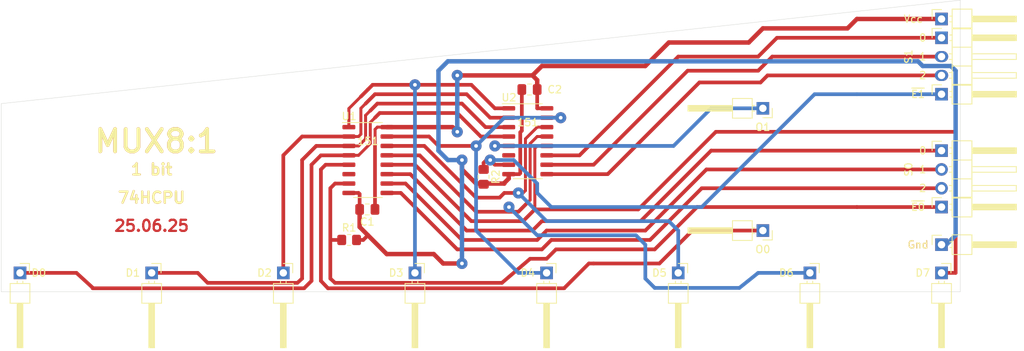
<source format=kicad_pcb>
(kicad_pcb (version 20171130) (host pcbnew "(5.1.8)-1")

  (general
    (thickness 1.6)
    (drawings 36)
    (tracks 254)
    (zones 0)
    (modules 22)
    (nets 23)
  )

  (page A4)
  (layers
    (0 F.Cu signal)
    (31 B.Cu signal)
    (32 B.Adhes user)
    (33 F.Adhes user)
    (34 B.Paste user)
    (35 F.Paste user)
    (36 B.SilkS user)
    (37 F.SilkS user)
    (38 B.Mask user)
    (39 F.Mask user)
    (40 Dwgs.User user)
    (41 Cmts.User user)
    (42 Eco1.User user)
    (43 Eco2.User user)
    (44 Edge.Cuts user)
    (45 Margin user)
    (46 B.CrtYd user)
    (47 F.CrtYd user)
    (48 B.Fab user)
    (49 F.Fab user)
  )

  (setup
    (last_trace_width 0.5)
    (user_trace_width 0.4)
    (user_trace_width 0.5)
    (user_trace_width 0.6)
    (trace_clearance 0.2)
    (zone_clearance 0.508)
    (zone_45_only no)
    (trace_min 0.2)
    (via_size 0.8)
    (via_drill 0.4)
    (via_min_size 0.4)
    (via_min_drill 0.3)
    (user_via 1.5 0.5)
    (uvia_size 0.3)
    (uvia_drill 0.1)
    (uvias_allowed no)
    (uvia_min_size 0.2)
    (uvia_min_drill 0.1)
    (edge_width 0.05)
    (segment_width 0.2)
    (pcb_text_width 0.3)
    (pcb_text_size 1.5 1.5)
    (mod_edge_width 0.12)
    (mod_text_size 1 1)
    (mod_text_width 0.15)
    (pad_size 1.8 1.5)
    (pad_drill 1)
    (pad_to_mask_clearance 0)
    (aux_axis_origin 0 0)
    (grid_origin 12.7 12.7)
    (visible_elements 7FFFFFFF)
    (pcbplotparams
      (layerselection 0x010fc_ffffffff)
      (usegerberextensions false)
      (usegerberattributes true)
      (usegerberadvancedattributes true)
      (creategerberjobfile true)
      (excludeedgelayer true)
      (linewidth 0.100000)
      (plotframeref false)
      (viasonmask false)
      (mode 1)
      (useauxorigin false)
      (hpglpennumber 1)
      (hpglpenspeed 20)
      (hpglpendiameter 15.000000)
      (psnegative false)
      (psa4output false)
      (plotreference true)
      (plotvalue true)
      (plotinvisibletext false)
      (padsonsilk false)
      (subtractmaskfromsilk false)
      (outputformat 1)
      (mirror false)
      (drillshape 1)
      (scaleselection 1)
      (outputdirectory ""))
  )

  (net 0 "")
  (net 1 GND)
  (net 2 VCC)
  (net 3 /D0)
  (net 4 /D1)
  (net 5 /D2)
  (net 6 /D3)
  (net 7 /D4)
  (net 8 /D5)
  (net 9 /D6)
  (net 10 /D7)
  (net 11 /S0.2)
  (net 12 /S0.1)
  (net 13 /S0.0)
  (net 14 /~E0)
  (net 15 /O0)
  (net 16 /S1.2)
  (net 17 /S1.1)
  (net 18 /S1.0)
  (net 19 /~E1)
  (net 20 /O1)
  (net 21 "Net-(U1-Pad6)")
  (net 22 "Net-(U2-Pad6)")

  (net_class Default "This is the default net class."
    (clearance 0.2)
    (trace_width 0.25)
    (via_dia 0.8)
    (via_drill 0.4)
    (uvia_dia 0.3)
    (uvia_drill 0.1)
    (add_net /D0)
    (add_net /D1)
    (add_net /D2)
    (add_net /D3)
    (add_net /D4)
    (add_net /D5)
    (add_net /D6)
    (add_net /D7)
    (add_net /O0)
    (add_net /O1)
    (add_net /S0.0)
    (add_net /S0.1)
    (add_net /S0.2)
    (add_net /S1.0)
    (add_net /S1.1)
    (add_net /S1.2)
    (add_net /~E0)
    (add_net /~E1)
    (add_net GND)
    (add_net "Net-(U1-Pad6)")
    (add_net "Net-(U2-Pad6)")
    (add_net VCC)
  )

  (module Resistor_SMD:R_0805_2012Metric_Pad1.20x1.40mm_HandSolder (layer F.Cu) (tedit 5F68FEEE) (tstamp 685C77F1)
    (at 80.391 42.91 270)
    (descr "Resistor SMD 0805 (2012 Metric), square (rectangular) end terminal, IPC_7351 nominal with elongated pad for handsoldering. (Body size source: IPC-SM-782 page 72, https://www.pcb-3d.com/wordpress/wp-content/uploads/ipc-sm-782a_amendment_1_and_2.pdf), generated with kicad-footprint-generator")
    (tags "resistor handsolder")
    (path /685DA9D0)
    (attr smd)
    (fp_text reference R2 (at 0 -1.65 90) (layer F.SilkS)
      (effects (font (size 1 1) (thickness 0.15)))
    )
    (fp_text value 10k (at 0 1.65 90) (layer F.Fab)
      (effects (font (size 1 1) (thickness 0.15)))
    )
    (fp_line (start 1.85 0.95) (end -1.85 0.95) (layer F.CrtYd) (width 0.05))
    (fp_line (start 1.85 -0.95) (end 1.85 0.95) (layer F.CrtYd) (width 0.05))
    (fp_line (start -1.85 -0.95) (end 1.85 -0.95) (layer F.CrtYd) (width 0.05))
    (fp_line (start -1.85 0.95) (end -1.85 -0.95) (layer F.CrtYd) (width 0.05))
    (fp_line (start -0.227064 0.735) (end 0.227064 0.735) (layer F.SilkS) (width 0.12))
    (fp_line (start -0.227064 -0.735) (end 0.227064 -0.735) (layer F.SilkS) (width 0.12))
    (fp_line (start 1 0.625) (end -1 0.625) (layer F.Fab) (width 0.1))
    (fp_line (start 1 -0.625) (end 1 0.625) (layer F.Fab) (width 0.1))
    (fp_line (start -1 -0.625) (end 1 -0.625) (layer F.Fab) (width 0.1))
    (fp_line (start -1 0.625) (end -1 -0.625) (layer F.Fab) (width 0.1))
    (fp_text user %R (at 0 0 90) (layer F.Fab)
      (effects (font (size 0.5 0.5) (thickness 0.08)))
    )
    (pad 2 smd roundrect (at 1 0 270) (size 1.2 1.4) (layers F.Cu F.Paste F.Mask) (roundrect_rratio 0.208333)
      (net 1 GND))
    (pad 1 smd roundrect (at -1 0 270) (size 1.2 1.4) (layers F.Cu F.Paste F.Mask) (roundrect_rratio 0.208333)
      (net 19 /~E1))
    (model ${KISYS3DMOD}/Resistor_SMD.3dshapes/R_0805_2012Metric.wrl
      (at (xyz 0 0 0))
      (scale (xyz 1 1 1))
      (rotate (xyz 0 0 0))
    )
  )

  (module Resistor_SMD:R_0805_2012Metric_Pad1.20x1.40mm_HandSolder (layer F.Cu) (tedit 5F68FEEE) (tstamp 685C77E0)
    (at 62.23 51.435)
    (descr "Resistor SMD 0805 (2012 Metric), square (rectangular) end terminal, IPC_7351 nominal with elongated pad for handsoldering. (Body size source: IPC-SM-782 page 72, https://www.pcb-3d.com/wordpress/wp-content/uploads/ipc-sm-782a_amendment_1_and_2.pdf), generated with kicad-footprint-generator")
    (tags "resistor handsolder")
    (path /685D254C)
    (attr smd)
    (fp_text reference R1 (at 0 -1.65) (layer F.SilkS)
      (effects (font (size 1 1) (thickness 0.15)))
    )
    (fp_text value 10k (at 0 1.65) (layer F.Fab)
      (effects (font (size 1 1) (thickness 0.15)))
    )
    (fp_line (start 1.85 0.95) (end -1.85 0.95) (layer F.CrtYd) (width 0.05))
    (fp_line (start 1.85 -0.95) (end 1.85 0.95) (layer F.CrtYd) (width 0.05))
    (fp_line (start -1.85 -0.95) (end 1.85 -0.95) (layer F.CrtYd) (width 0.05))
    (fp_line (start -1.85 0.95) (end -1.85 -0.95) (layer F.CrtYd) (width 0.05))
    (fp_line (start -0.227064 0.735) (end 0.227064 0.735) (layer F.SilkS) (width 0.12))
    (fp_line (start -0.227064 -0.735) (end 0.227064 -0.735) (layer F.SilkS) (width 0.12))
    (fp_line (start 1 0.625) (end -1 0.625) (layer F.Fab) (width 0.1))
    (fp_line (start 1 -0.625) (end 1 0.625) (layer F.Fab) (width 0.1))
    (fp_line (start -1 -0.625) (end 1 -0.625) (layer F.Fab) (width 0.1))
    (fp_line (start -1 0.625) (end -1 -0.625) (layer F.Fab) (width 0.1))
    (fp_text user %R (at 0 0) (layer F.Fab)
      (effects (font (size 0.5 0.5) (thickness 0.08)))
    )
    (pad 2 smd roundrect (at 1 0) (size 1.2 1.4) (layers F.Cu F.Paste F.Mask) (roundrect_rratio 0.208333)
      (net 1 GND))
    (pad 1 smd roundrect (at -1 0) (size 1.2 1.4) (layers F.Cu F.Paste F.Mask) (roundrect_rratio 0.208333)
      (net 14 /~E0))
    (model ${KISYS3DMOD}/Resistor_SMD.3dshapes/R_0805_2012Metric.wrl
      (at (xyz 0 0 0))
      (scale (xyz 1 1 1))
      (rotate (xyz 0 0 0))
    )
  )

  (module Connector_PinHeader_2.54mm:PinHeader_1x01_P2.54mm_Horizontal (layer F.Cu) (tedit 59FED5CB) (tstamp 685C6644)
    (at 142.24 52.07)
    (descr "Through hole angled pin header, 1x01, 2.54mm pitch, 6mm pin length, single row")
    (tags "Through hole angled pin header THT 1x01 2.54mm single row")
    (path /685C6A26)
    (fp_text reference J16 (at 4.385 -2.27) (layer F.SilkS) hide
      (effects (font (size 1 1) (thickness 0.15)))
    )
    (fp_text value Conn_01x01_Male (at 4.385 2.27) (layer F.Fab)
      (effects (font (size 1 1) (thickness 0.15)))
    )
    (fp_line (start 2.135 -1.27) (end 4.04 -1.27) (layer F.Fab) (width 0.1))
    (fp_line (start 4.04 -1.27) (end 4.04 1.27) (layer F.Fab) (width 0.1))
    (fp_line (start 4.04 1.27) (end 1.5 1.27) (layer F.Fab) (width 0.1))
    (fp_line (start 1.5 1.27) (end 1.5 -0.635) (layer F.Fab) (width 0.1))
    (fp_line (start 1.5 -0.635) (end 2.135 -1.27) (layer F.Fab) (width 0.1))
    (fp_line (start -0.32 -0.32) (end 1.5 -0.32) (layer F.Fab) (width 0.1))
    (fp_line (start -0.32 -0.32) (end -0.32 0.32) (layer F.Fab) (width 0.1))
    (fp_line (start -0.32 0.32) (end 1.5 0.32) (layer F.Fab) (width 0.1))
    (fp_line (start 4.04 -0.32) (end 10.04 -0.32) (layer F.Fab) (width 0.1))
    (fp_line (start 10.04 -0.32) (end 10.04 0.32) (layer F.Fab) (width 0.1))
    (fp_line (start 4.04 0.32) (end 10.04 0.32) (layer F.Fab) (width 0.1))
    (fp_line (start 1.44 -1.33) (end 1.44 1.33) (layer F.SilkS) (width 0.12))
    (fp_line (start 1.44 1.33) (end 4.1 1.33) (layer F.SilkS) (width 0.12))
    (fp_line (start 4.1 1.33) (end 4.1 -1.33) (layer F.SilkS) (width 0.12))
    (fp_line (start 4.1 -1.33) (end 1.44 -1.33) (layer F.SilkS) (width 0.12))
    (fp_line (start 4.1 -0.38) (end 10.1 -0.38) (layer F.SilkS) (width 0.12))
    (fp_line (start 10.1 -0.38) (end 10.1 0.38) (layer F.SilkS) (width 0.12))
    (fp_line (start 10.1 0.38) (end 4.1 0.38) (layer F.SilkS) (width 0.12))
    (fp_line (start 4.1 -0.32) (end 10.1 -0.32) (layer F.SilkS) (width 0.12))
    (fp_line (start 4.1 -0.2) (end 10.1 -0.2) (layer F.SilkS) (width 0.12))
    (fp_line (start 4.1 -0.08) (end 10.1 -0.08) (layer F.SilkS) (width 0.12))
    (fp_line (start 4.1 0.04) (end 10.1 0.04) (layer F.SilkS) (width 0.12))
    (fp_line (start 4.1 0.16) (end 10.1 0.16) (layer F.SilkS) (width 0.12))
    (fp_line (start 4.1 0.28) (end 10.1 0.28) (layer F.SilkS) (width 0.12))
    (fp_line (start 1.11 -0.38) (end 1.44 -0.38) (layer F.SilkS) (width 0.12))
    (fp_line (start 1.11 0.38) (end 1.44 0.38) (layer F.SilkS) (width 0.12))
    (fp_line (start -1.27 0) (end -1.27 -1.27) (layer F.SilkS) (width 0.12))
    (fp_line (start -1.27 -1.27) (end 0 -1.27) (layer F.SilkS) (width 0.12))
    (fp_line (start -1.8 -1.8) (end -1.8 1.8) (layer F.CrtYd) (width 0.05))
    (fp_line (start -1.8 1.8) (end 10.55 1.8) (layer F.CrtYd) (width 0.05))
    (fp_line (start 10.55 1.8) (end 10.55 -1.8) (layer F.CrtYd) (width 0.05))
    (fp_line (start 10.55 -1.8) (end -1.8 -1.8) (layer F.CrtYd) (width 0.05))
    (fp_text user %R (at 2.77 0 90) (layer F.Fab)
      (effects (font (size 1 1) (thickness 0.15)))
    )
    (pad 1 thru_hole rect (at 0 0) (size 1.7 1.7) (drill 1) (layers *.Cu *.Mask)
      (net 1 GND))
    (model ${KISYS3DMOD}/Connector_PinHeader_2.54mm.3dshapes/PinHeader_1x01_P2.54mm_Horizontal.wrl
      (at (xyz 0 0 0))
      (scale (xyz 1 1 1))
      (rotate (xyz 0 0 0))
    )
  )

  (module Connector_PinHeader_2.54mm:PinHeader_1x01_P2.54mm_Horizontal (layer F.Cu) (tedit 59FED5CB) (tstamp 685C661E)
    (at 142.24 21.59)
    (descr "Through hole angled pin header, 1x01, 2.54mm pitch, 6mm pin length, single row")
    (tags "Through hole angled pin header THT 1x01 2.54mm single row")
    (path /685C6064)
    (fp_text reference J15 (at 4.385 -2.27) (layer F.SilkS) hide
      (effects (font (size 1 1) (thickness 0.15)))
    )
    (fp_text value Conn_01x01_Male (at 4.385 2.27) (layer F.Fab)
      (effects (font (size 1 1) (thickness 0.15)))
    )
    (fp_line (start 2.135 -1.27) (end 4.04 -1.27) (layer F.Fab) (width 0.1))
    (fp_line (start 4.04 -1.27) (end 4.04 1.27) (layer F.Fab) (width 0.1))
    (fp_line (start 4.04 1.27) (end 1.5 1.27) (layer F.Fab) (width 0.1))
    (fp_line (start 1.5 1.27) (end 1.5 -0.635) (layer F.Fab) (width 0.1))
    (fp_line (start 1.5 -0.635) (end 2.135 -1.27) (layer F.Fab) (width 0.1))
    (fp_line (start -0.32 -0.32) (end 1.5 -0.32) (layer F.Fab) (width 0.1))
    (fp_line (start -0.32 -0.32) (end -0.32 0.32) (layer F.Fab) (width 0.1))
    (fp_line (start -0.32 0.32) (end 1.5 0.32) (layer F.Fab) (width 0.1))
    (fp_line (start 4.04 -0.32) (end 10.04 -0.32) (layer F.Fab) (width 0.1))
    (fp_line (start 10.04 -0.32) (end 10.04 0.32) (layer F.Fab) (width 0.1))
    (fp_line (start 4.04 0.32) (end 10.04 0.32) (layer F.Fab) (width 0.1))
    (fp_line (start 1.44 -1.33) (end 1.44 1.33) (layer F.SilkS) (width 0.12))
    (fp_line (start 1.44 1.33) (end 4.1 1.33) (layer F.SilkS) (width 0.12))
    (fp_line (start 4.1 1.33) (end 4.1 -1.33) (layer F.SilkS) (width 0.12))
    (fp_line (start 4.1 -1.33) (end 1.44 -1.33) (layer F.SilkS) (width 0.12))
    (fp_line (start 4.1 -0.38) (end 10.1 -0.38) (layer F.SilkS) (width 0.12))
    (fp_line (start 10.1 -0.38) (end 10.1 0.38) (layer F.SilkS) (width 0.12))
    (fp_line (start 10.1 0.38) (end 4.1 0.38) (layer F.SilkS) (width 0.12))
    (fp_line (start 4.1 -0.32) (end 10.1 -0.32) (layer F.SilkS) (width 0.12))
    (fp_line (start 4.1 -0.2) (end 10.1 -0.2) (layer F.SilkS) (width 0.12))
    (fp_line (start 4.1 -0.08) (end 10.1 -0.08) (layer F.SilkS) (width 0.12))
    (fp_line (start 4.1 0.04) (end 10.1 0.04) (layer F.SilkS) (width 0.12))
    (fp_line (start 4.1 0.16) (end 10.1 0.16) (layer F.SilkS) (width 0.12))
    (fp_line (start 4.1 0.28) (end 10.1 0.28) (layer F.SilkS) (width 0.12))
    (fp_line (start 1.11 -0.38) (end 1.44 -0.38) (layer F.SilkS) (width 0.12))
    (fp_line (start 1.11 0.38) (end 1.44 0.38) (layer F.SilkS) (width 0.12))
    (fp_line (start -1.27 0) (end -1.27 -1.27) (layer F.SilkS) (width 0.12))
    (fp_line (start -1.27 -1.27) (end 0 -1.27) (layer F.SilkS) (width 0.12))
    (fp_line (start -1.8 -1.8) (end -1.8 1.8) (layer F.CrtYd) (width 0.05))
    (fp_line (start -1.8 1.8) (end 10.55 1.8) (layer F.CrtYd) (width 0.05))
    (fp_line (start 10.55 1.8) (end 10.55 -1.8) (layer F.CrtYd) (width 0.05))
    (fp_line (start 10.55 -1.8) (end -1.8 -1.8) (layer F.CrtYd) (width 0.05))
    (fp_text user %R (at 2.77 0 90) (layer F.Fab)
      (effects (font (size 1 1) (thickness 0.15)))
    )
    (pad 1 thru_hole rect (at 0 0) (size 1.7 1.7) (drill 1) (layers *.Cu *.Mask)
      (net 2 VCC))
    (model ${KISYS3DMOD}/Connector_PinHeader_2.54mm.3dshapes/PinHeader_1x01_P2.54mm_Horizontal.wrl
      (at (xyz 0 0 0))
      (scale (xyz 1 1 1))
      (rotate (xyz 0 0 0))
    )
  )

  (module Package_SO:SO-16_3.9x9.9mm_P1.27mm (layer F.Cu) (tedit 5E888720) (tstamp 684BA772)
    (at 86.36 38.1)
    (descr "SO, 16 Pin (https://www.nxp.com/docs/en/package-information/SOT109-1.pdf), generated with kicad-footprint-generator ipc_gullwing_generator.py")
    (tags "SO SO")
    (path /684D425B)
    (attr smd)
    (fp_text reference U2 (at -2.54 -5.9) (layer F.SilkS)
      (effects (font (size 1 1) (thickness 0.15)))
    )
    (fp_text value 74LS151 (at 0 5.9) (layer F.Fab)
      (effects (font (size 1 1) (thickness 0.15)))
    )
    (fp_line (start 0 5.06) (end 1.95 5.06) (layer F.SilkS) (width 0.12))
    (fp_line (start 0 5.06) (end -1.95 5.06) (layer F.SilkS) (width 0.12))
    (fp_line (start 0 -5.06) (end 1.95 -5.06) (layer F.SilkS) (width 0.12))
    (fp_line (start 0 -5.06) (end -3.45 -5.06) (layer F.SilkS) (width 0.12))
    (fp_line (start -0.975 -4.95) (end 1.95 -4.95) (layer F.Fab) (width 0.1))
    (fp_line (start 1.95 -4.95) (end 1.95 4.95) (layer F.Fab) (width 0.1))
    (fp_line (start 1.95 4.95) (end -1.95 4.95) (layer F.Fab) (width 0.1))
    (fp_line (start -1.95 4.95) (end -1.95 -3.975) (layer F.Fab) (width 0.1))
    (fp_line (start -1.95 -3.975) (end -0.975 -4.95) (layer F.Fab) (width 0.1))
    (fp_line (start -3.7 -5.2) (end -3.7 5.2) (layer F.CrtYd) (width 0.05))
    (fp_line (start -3.7 5.2) (end 3.7 5.2) (layer F.CrtYd) (width 0.05))
    (fp_line (start 3.7 5.2) (end 3.7 -5.2) (layer F.CrtYd) (width 0.05))
    (fp_line (start 3.7 -5.2) (end -3.7 -5.2) (layer F.CrtYd) (width 0.05))
    (fp_text user %R (at 0 0) (layer F.Fab)
      (effects (font (size 0.98 0.98) (thickness 0.15)))
    )
    (pad 16 smd roundrect (at 2.575 -4.445) (size 1.75 0.6) (layers F.Cu F.Paste F.Mask) (roundrect_rratio 0.25)
      (net 2 VCC))
    (pad 15 smd roundrect (at 2.575 -3.175) (size 1.75 0.6) (layers F.Cu F.Paste F.Mask) (roundrect_rratio 0.25)
      (net 7 /D4))
    (pad 14 smd roundrect (at 2.575 -1.905) (size 1.75 0.6) (layers F.Cu F.Paste F.Mask) (roundrect_rratio 0.25)
      (net 8 /D5))
    (pad 13 smd roundrect (at 2.575 -0.635) (size 1.75 0.6) (layers F.Cu F.Paste F.Mask) (roundrect_rratio 0.25)
      (net 9 /D6))
    (pad 12 smd roundrect (at 2.575 0.635) (size 1.75 0.6) (layers F.Cu F.Paste F.Mask) (roundrect_rratio 0.25)
      (net 10 /D7))
    (pad 11 smd roundrect (at 2.575 1.905) (size 1.75 0.6) (layers F.Cu F.Paste F.Mask) (roundrect_rratio 0.25)
      (net 18 /S1.0))
    (pad 10 smd roundrect (at 2.575 3.175) (size 1.75 0.6) (layers F.Cu F.Paste F.Mask) (roundrect_rratio 0.25)
      (net 17 /S1.1))
    (pad 9 smd roundrect (at 2.575 4.445) (size 1.75 0.6) (layers F.Cu F.Paste F.Mask) (roundrect_rratio 0.25)
      (net 16 /S1.2))
    (pad 8 smd roundrect (at -2.575 4.445) (size 1.75 0.6) (layers F.Cu F.Paste F.Mask) (roundrect_rratio 0.25)
      (net 1 GND))
    (pad 7 smd roundrect (at -2.575 3.175) (size 1.75 0.6) (layers F.Cu F.Paste F.Mask) (roundrect_rratio 0.25)
      (net 19 /~E1))
    (pad 6 smd roundrect (at -2.575 1.905) (size 1.75 0.6) (layers F.Cu F.Paste F.Mask) (roundrect_rratio 0.25)
      (net 22 "Net-(U2-Pad6)"))
    (pad 5 smd roundrect (at -2.575 0.635) (size 1.75 0.6) (layers F.Cu F.Paste F.Mask) (roundrect_rratio 0.25)
      (net 20 /O1))
    (pad 4 smd roundrect (at -2.575 -0.635) (size 1.75 0.6) (layers F.Cu F.Paste F.Mask) (roundrect_rratio 0.25)
      (net 3 /D0))
    (pad 3 smd roundrect (at -2.575 -1.905) (size 1.75 0.6) (layers F.Cu F.Paste F.Mask) (roundrect_rratio 0.25)
      (net 4 /D1))
    (pad 2 smd roundrect (at -2.575 -3.175) (size 1.75 0.6) (layers F.Cu F.Paste F.Mask) (roundrect_rratio 0.25)
      (net 5 /D2))
    (pad 1 smd roundrect (at -2.575 -4.445) (size 1.75 0.6) (layers F.Cu F.Paste F.Mask) (roundrect_rratio 0.25)
      (net 6 /D3))
    (model ${KISYS3DMOD}/Package_SO.3dshapes/SO-16_3.9x9.9mm_P1.27mm.wrl
      (at (xyz 0 0 0))
      (scale (xyz 1 1 1))
      (rotate (xyz 0 0 0))
    )
  )

  (module Package_SO:SO-16_3.9x9.9mm_P1.27mm (layer F.Cu) (tedit 5E888720) (tstamp 684BA750)
    (at 64.77 40.64)
    (descr "SO, 16 Pin (https://www.nxp.com/docs/en/package-information/SOT109-1.pdf), generated with kicad-footprint-generator ipc_gullwing_generator.py")
    (tags "SO SO")
    (path /684B784D)
    (attr smd)
    (fp_text reference U1 (at -2.54 -5.9) (layer F.SilkS)
      (effects (font (size 1 1) (thickness 0.15)))
    )
    (fp_text value 74LS151 (at 0 5.9) (layer F.Fab)
      (effects (font (size 1 1) (thickness 0.15)))
    )
    (fp_line (start 0 5.06) (end 1.95 5.06) (layer F.SilkS) (width 0.12))
    (fp_line (start 0 5.06) (end -1.95 5.06) (layer F.SilkS) (width 0.12))
    (fp_line (start 0 -5.06) (end 1.95 -5.06) (layer F.SilkS) (width 0.12))
    (fp_line (start 0 -5.06) (end -3.45 -5.06) (layer F.SilkS) (width 0.12))
    (fp_line (start -0.975 -4.95) (end 1.95 -4.95) (layer F.Fab) (width 0.1))
    (fp_line (start 1.95 -4.95) (end 1.95 4.95) (layer F.Fab) (width 0.1))
    (fp_line (start 1.95 4.95) (end -1.95 4.95) (layer F.Fab) (width 0.1))
    (fp_line (start -1.95 4.95) (end -1.95 -3.975) (layer F.Fab) (width 0.1))
    (fp_line (start -1.95 -3.975) (end -0.975 -4.95) (layer F.Fab) (width 0.1))
    (fp_line (start -3.7 -5.2) (end -3.7 5.2) (layer F.CrtYd) (width 0.05))
    (fp_line (start -3.7 5.2) (end 3.7 5.2) (layer F.CrtYd) (width 0.05))
    (fp_line (start 3.7 5.2) (end 3.7 -5.2) (layer F.CrtYd) (width 0.05))
    (fp_line (start 3.7 -5.2) (end -3.7 -5.2) (layer F.CrtYd) (width 0.05))
    (fp_text user %R (at 0 0) (layer F.Fab)
      (effects (font (size 0.98 0.98) (thickness 0.15)))
    )
    (pad 16 smd roundrect (at 2.575 -4.445) (size 1.75 0.6) (layers F.Cu F.Paste F.Mask) (roundrect_rratio 0.25)
      (net 2 VCC))
    (pad 15 smd roundrect (at 2.575 -3.175) (size 1.75 0.6) (layers F.Cu F.Paste F.Mask) (roundrect_rratio 0.25)
      (net 7 /D4))
    (pad 14 smd roundrect (at 2.575 -1.905) (size 1.75 0.6) (layers F.Cu F.Paste F.Mask) (roundrect_rratio 0.25)
      (net 8 /D5))
    (pad 13 smd roundrect (at 2.575 -0.635) (size 1.75 0.6) (layers F.Cu F.Paste F.Mask) (roundrect_rratio 0.25)
      (net 9 /D6))
    (pad 12 smd roundrect (at 2.575 0.635) (size 1.75 0.6) (layers F.Cu F.Paste F.Mask) (roundrect_rratio 0.25)
      (net 10 /D7))
    (pad 11 smd roundrect (at 2.575 1.905) (size 1.75 0.6) (layers F.Cu F.Paste F.Mask) (roundrect_rratio 0.25)
      (net 13 /S0.0))
    (pad 10 smd roundrect (at 2.575 3.175) (size 1.75 0.6) (layers F.Cu F.Paste F.Mask) (roundrect_rratio 0.25)
      (net 12 /S0.1))
    (pad 9 smd roundrect (at 2.575 4.445) (size 1.75 0.6) (layers F.Cu F.Paste F.Mask) (roundrect_rratio 0.25)
      (net 11 /S0.2))
    (pad 8 smd roundrect (at -2.575 4.445) (size 1.75 0.6) (layers F.Cu F.Paste F.Mask) (roundrect_rratio 0.25)
      (net 1 GND))
    (pad 7 smd roundrect (at -2.575 3.175) (size 1.75 0.6) (layers F.Cu F.Paste F.Mask) (roundrect_rratio 0.25)
      (net 14 /~E0))
    (pad 6 smd roundrect (at -2.575 1.905) (size 1.75 0.6) (layers F.Cu F.Paste F.Mask) (roundrect_rratio 0.25)
      (net 21 "Net-(U1-Pad6)"))
    (pad 5 smd roundrect (at -2.575 0.635) (size 1.75 0.6) (layers F.Cu F.Paste F.Mask) (roundrect_rratio 0.25)
      (net 15 /O0))
    (pad 4 smd roundrect (at -2.575 -0.635) (size 1.75 0.6) (layers F.Cu F.Paste F.Mask) (roundrect_rratio 0.25)
      (net 3 /D0))
    (pad 3 smd roundrect (at -2.575 -1.905) (size 1.75 0.6) (layers F.Cu F.Paste F.Mask) (roundrect_rratio 0.25)
      (net 4 /D1))
    (pad 2 smd roundrect (at -2.575 -3.175) (size 1.75 0.6) (layers F.Cu F.Paste F.Mask) (roundrect_rratio 0.25)
      (net 5 /D2))
    (pad 1 smd roundrect (at -2.575 -4.445) (size 1.75 0.6) (layers F.Cu F.Paste F.Mask) (roundrect_rratio 0.25)
      (net 6 /D3))
    (model ${KISYS3DMOD}/Package_SO.3dshapes/SO-16_3.9x9.9mm_P1.27mm.wrl
      (at (xyz 0 0 0))
      (scale (xyz 1 1 1))
      (rotate (xyz 0 0 0))
    )
  )

  (module Connector_PinHeader_2.54mm:PinHeader_1x01_P2.54mm_Horizontal (layer F.Cu) (tedit 59FED5CB) (tstamp 684BA72E)
    (at 118.11 33.655 180)
    (descr "Through hole angled pin header, 1x01, 2.54mm pitch, 6mm pin length, single row")
    (tags "Through hole angled pin header THT 1x01 2.54mm single row")
    (path /684D4261)
    (fp_text reference J14 (at 0 -2.27) (layer F.SilkS) hide
      (effects (font (size 1 1) (thickness 0.15)))
    )
    (fp_text value Conn_01x01_Male (at -3.81 1.27 90) (layer F.Fab)
      (effects (font (size 1 1) (thickness 0.15)))
    )
    (fp_line (start 2.135 -1.27) (end 4.04 -1.27) (layer F.Fab) (width 0.1))
    (fp_line (start 4.04 -1.27) (end 4.04 1.27) (layer F.Fab) (width 0.1))
    (fp_line (start 4.04 1.27) (end 1.5 1.27) (layer F.Fab) (width 0.1))
    (fp_line (start 1.5 1.27) (end 1.5 -0.635) (layer F.Fab) (width 0.1))
    (fp_line (start 1.5 -0.635) (end 2.135 -1.27) (layer F.Fab) (width 0.1))
    (fp_line (start -0.32 -0.32) (end 1.5 -0.32) (layer F.Fab) (width 0.1))
    (fp_line (start -0.32 -0.32) (end -0.32 0.32) (layer F.Fab) (width 0.1))
    (fp_line (start -0.32 0.32) (end 1.5 0.32) (layer F.Fab) (width 0.1))
    (fp_line (start 4.04 -0.32) (end 10.04 -0.32) (layer F.Fab) (width 0.1))
    (fp_line (start 10.04 -0.32) (end 10.04 0.32) (layer F.Fab) (width 0.1))
    (fp_line (start 4.04 0.32) (end 10.04 0.32) (layer F.Fab) (width 0.1))
    (fp_line (start 1.44 -1.33) (end 1.44 1.33) (layer F.SilkS) (width 0.12))
    (fp_line (start 1.44 1.33) (end 4.1 1.33) (layer F.SilkS) (width 0.12))
    (fp_line (start 4.1 1.33) (end 4.1 -1.33) (layer F.SilkS) (width 0.12))
    (fp_line (start 4.1 -1.33) (end 1.44 -1.33) (layer F.SilkS) (width 0.12))
    (fp_line (start 4.1 -0.38) (end 10.1 -0.38) (layer F.SilkS) (width 0.12))
    (fp_line (start 10.1 -0.38) (end 10.1 0.38) (layer F.SilkS) (width 0.12))
    (fp_line (start 10.1 0.38) (end 4.1 0.38) (layer F.SilkS) (width 0.12))
    (fp_line (start 4.1 -0.32) (end 10.1 -0.32) (layer F.SilkS) (width 0.12))
    (fp_line (start 4.1 -0.2) (end 10.1 -0.2) (layer F.SilkS) (width 0.12))
    (fp_line (start 4.1 -0.08) (end 10.1 -0.08) (layer F.SilkS) (width 0.12))
    (fp_line (start 4.1 0.04) (end 10.1 0.04) (layer F.SilkS) (width 0.12))
    (fp_line (start 4.1 0.16) (end 10.1 0.16) (layer F.SilkS) (width 0.12))
    (fp_line (start 4.1 0.28) (end 10.1 0.28) (layer F.SilkS) (width 0.12))
    (fp_line (start 1.11 -0.38) (end 1.44 -0.38) (layer F.SilkS) (width 0.12))
    (fp_line (start 1.11 0.38) (end 1.44 0.38) (layer F.SilkS) (width 0.12))
    (fp_line (start -1.27 0) (end -1.27 -1.27) (layer F.SilkS) (width 0.12))
    (fp_line (start -1.27 -1.27) (end 0 -1.27) (layer F.SilkS) (width 0.12))
    (fp_line (start -1.8 -1.8) (end -1.8 1.8) (layer F.CrtYd) (width 0.05))
    (fp_line (start -1.8 1.8) (end 10.55 1.8) (layer F.CrtYd) (width 0.05))
    (fp_line (start 10.55 1.8) (end 10.55 -1.8) (layer F.CrtYd) (width 0.05))
    (fp_line (start 10.55 -1.8) (end -1.8 -1.8) (layer F.CrtYd) (width 0.05))
    (fp_text user %R (at 2.77 0 90) (layer F.Fab)
      (effects (font (size 1 1) (thickness 0.15)))
    )
    (pad 1 thru_hole rect (at 0 0 180) (size 1.7 1.7) (drill 1) (layers *.Cu *.Mask)
      (net 20 /O1))
    (model ${KISYS3DMOD}/Connector_PinHeader_2.54mm.3dshapes/PinHeader_1x01_P2.54mm_Horizontal.wrl
      (at (xyz 0 0 0))
      (scale (xyz 1 1 1))
      (rotate (xyz 0 0 0))
    )
  )

  (module Connector_PinHeader_2.54mm:PinHeader_1x01_P2.54mm_Horizontal (layer F.Cu) (tedit 59FED5CB) (tstamp 684BA708)
    (at 142.24 31.75)
    (descr "Through hole angled pin header, 1x01, 2.54mm pitch, 6mm pin length, single row")
    (tags "Through hole angled pin header THT 1x01 2.54mm single row")
    (path /684DBCE4)
    (fp_text reference J13 (at 4.385 -2.27) (layer F.SilkS) hide
      (effects (font (size 1 1) (thickness 0.15)))
    )
    (fp_text value Conn_01x01_Male (at 4.385 2.27) (layer F.Fab)
      (effects (font (size 1 1) (thickness 0.15)))
    )
    (fp_line (start 2.135 -1.27) (end 4.04 -1.27) (layer F.Fab) (width 0.1))
    (fp_line (start 4.04 -1.27) (end 4.04 1.27) (layer F.Fab) (width 0.1))
    (fp_line (start 4.04 1.27) (end 1.5 1.27) (layer F.Fab) (width 0.1))
    (fp_line (start 1.5 1.27) (end 1.5 -0.635) (layer F.Fab) (width 0.1))
    (fp_line (start 1.5 -0.635) (end 2.135 -1.27) (layer F.Fab) (width 0.1))
    (fp_line (start -0.32 -0.32) (end 1.5 -0.32) (layer F.Fab) (width 0.1))
    (fp_line (start -0.32 -0.32) (end -0.32 0.32) (layer F.Fab) (width 0.1))
    (fp_line (start -0.32 0.32) (end 1.5 0.32) (layer F.Fab) (width 0.1))
    (fp_line (start 4.04 -0.32) (end 10.04 -0.32) (layer F.Fab) (width 0.1))
    (fp_line (start 10.04 -0.32) (end 10.04 0.32) (layer F.Fab) (width 0.1))
    (fp_line (start 4.04 0.32) (end 10.04 0.32) (layer F.Fab) (width 0.1))
    (fp_line (start 1.44 -1.33) (end 1.44 1.33) (layer F.SilkS) (width 0.12))
    (fp_line (start 1.44 1.33) (end 4.1 1.33) (layer F.SilkS) (width 0.12))
    (fp_line (start 4.1 1.33) (end 4.1 -1.33) (layer F.SilkS) (width 0.12))
    (fp_line (start 4.1 -1.33) (end 1.44 -1.33) (layer F.SilkS) (width 0.12))
    (fp_line (start 4.1 -0.38) (end 10.1 -0.38) (layer F.SilkS) (width 0.12))
    (fp_line (start 10.1 -0.38) (end 10.1 0.38) (layer F.SilkS) (width 0.12))
    (fp_line (start 10.1 0.38) (end 4.1 0.38) (layer F.SilkS) (width 0.12))
    (fp_line (start 4.1 -0.32) (end 10.1 -0.32) (layer F.SilkS) (width 0.12))
    (fp_line (start 4.1 -0.2) (end 10.1 -0.2) (layer F.SilkS) (width 0.12))
    (fp_line (start 4.1 -0.08) (end 10.1 -0.08) (layer F.SilkS) (width 0.12))
    (fp_line (start 4.1 0.04) (end 10.1 0.04) (layer F.SilkS) (width 0.12))
    (fp_line (start 4.1 0.16) (end 10.1 0.16) (layer F.SilkS) (width 0.12))
    (fp_line (start 4.1 0.28) (end 10.1 0.28) (layer F.SilkS) (width 0.12))
    (fp_line (start 1.11 -0.38) (end 1.44 -0.38) (layer F.SilkS) (width 0.12))
    (fp_line (start 1.11 0.38) (end 1.44 0.38) (layer F.SilkS) (width 0.12))
    (fp_line (start -1.27 0) (end -1.27 -1.27) (layer F.SilkS) (width 0.12))
    (fp_line (start -1.27 -1.27) (end 0 -1.27) (layer F.SilkS) (width 0.12))
    (fp_line (start -1.8 -1.8) (end -1.8 1.8) (layer F.CrtYd) (width 0.05))
    (fp_line (start -1.8 1.8) (end 10.55 1.8) (layer F.CrtYd) (width 0.05))
    (fp_line (start 10.55 1.8) (end 10.55 -1.8) (layer F.CrtYd) (width 0.05))
    (fp_line (start 10.55 -1.8) (end -1.8 -1.8) (layer F.CrtYd) (width 0.05))
    (fp_text user %R (at 2.77 0 90) (layer F.Fab)
      (effects (font (size 1 1) (thickness 0.15)))
    )
    (pad 1 thru_hole rect (at 0 0) (size 1.7 1.7) (drill 1) (layers *.Cu *.Mask)
      (net 19 /~E1))
    (model ${KISYS3DMOD}/Connector_PinHeader_2.54mm.3dshapes/PinHeader_1x01_P2.54mm_Horizontal.wrl
      (at (xyz 0 0 0))
      (scale (xyz 1 1 1))
      (rotate (xyz 0 0 0))
    )
  )

  (module Connector_PinHeader_2.54mm:PinHeader_1x03_P2.54mm_Horizontal (layer F.Cu) (tedit 685FB39D) (tstamp 684BA6E2)
    (at 142.24 24.13)
    (descr "Through hole angled pin header, 1x03, 2.54mm pitch, 6mm pin length, single row")
    (tags "Through hole angled pin header THT 1x03 2.54mm single row")
    (path /684D9FF5)
    (fp_text reference J12 (at 0 1.27) (layer F.SilkS) hide
      (effects (font (size 1 1) (thickness 0.15)))
    )
    (fp_text value Conn_01x03_Male (at -2.54 3.81 90) (layer F.Fab)
      (effects (font (size 1 1) (thickness 0.15)))
    )
    (fp_line (start 2.135 -1.27) (end 4.04 -1.27) (layer F.Fab) (width 0.1))
    (fp_line (start 4.04 -1.27) (end 4.04 6.35) (layer F.Fab) (width 0.1))
    (fp_line (start 4.04 6.35) (end 1.5 6.35) (layer F.Fab) (width 0.1))
    (fp_line (start 1.5 6.35) (end 1.5 -0.635) (layer F.Fab) (width 0.1))
    (fp_line (start 1.5 -0.635) (end 2.135 -1.27) (layer F.Fab) (width 0.1))
    (fp_line (start -0.32 -0.32) (end 1.5 -0.32) (layer F.Fab) (width 0.1))
    (fp_line (start -0.32 -0.32) (end -0.32 0.32) (layer F.Fab) (width 0.1))
    (fp_line (start -0.32 0.32) (end 1.5 0.32) (layer F.Fab) (width 0.1))
    (fp_line (start 4.04 -0.32) (end 10.04 -0.32) (layer F.Fab) (width 0.1))
    (fp_line (start 10.04 -0.32) (end 10.04 0.32) (layer F.Fab) (width 0.1))
    (fp_line (start 4.04 0.32) (end 10.04 0.32) (layer F.Fab) (width 0.1))
    (fp_line (start -0.32 2.22) (end 1.5 2.22) (layer F.Fab) (width 0.1))
    (fp_line (start -0.32 2.22) (end -0.32 2.86) (layer F.Fab) (width 0.1))
    (fp_line (start -0.32 2.86) (end 1.5 2.86) (layer F.Fab) (width 0.1))
    (fp_line (start 4.04 2.22) (end 10.04 2.22) (layer F.Fab) (width 0.1))
    (fp_line (start 10.04 2.22) (end 10.04 2.86) (layer F.Fab) (width 0.1))
    (fp_line (start 4.04 2.86) (end 10.04 2.86) (layer F.Fab) (width 0.1))
    (fp_line (start -0.32 4.76) (end 1.5 4.76) (layer F.Fab) (width 0.1))
    (fp_line (start -0.32 4.76) (end -0.32 5.4) (layer F.Fab) (width 0.1))
    (fp_line (start -0.32 5.4) (end 1.5 5.4) (layer F.Fab) (width 0.1))
    (fp_line (start 4.04 4.76) (end 10.04 4.76) (layer F.Fab) (width 0.1))
    (fp_line (start 10.04 4.76) (end 10.04 5.4) (layer F.Fab) (width 0.1))
    (fp_line (start 4.04 5.4) (end 10.04 5.4) (layer F.Fab) (width 0.1))
    (fp_line (start 1.44 -1.33) (end 1.44 6.41) (layer F.SilkS) (width 0.12))
    (fp_line (start 1.44 6.41) (end 4.1 6.41) (layer F.SilkS) (width 0.12))
    (fp_line (start 4.1 6.41) (end 4.1 -1.33) (layer F.SilkS) (width 0.12))
    (fp_line (start 4.1 -1.33) (end 1.44 -1.33) (layer F.SilkS) (width 0.12))
    (fp_line (start 4.1 -0.38) (end 10.1 -0.38) (layer F.SilkS) (width 0.12))
    (fp_line (start 10.1 -0.38) (end 10.1 0.38) (layer F.SilkS) (width 0.12))
    (fp_line (start 10.1 0.38) (end 4.1 0.38) (layer F.SilkS) (width 0.12))
    (fp_line (start 4.1 -0.32) (end 10.1 -0.32) (layer F.SilkS) (width 0.12))
    (fp_line (start 4.1 -0.2) (end 10.1 -0.2) (layer F.SilkS) (width 0.12))
    (fp_line (start 4.1 -0.08) (end 10.1 -0.08) (layer F.SilkS) (width 0.12))
    (fp_line (start 4.1 0.04) (end 10.1 0.04) (layer F.SilkS) (width 0.12))
    (fp_line (start 4.1 0.16) (end 10.1 0.16) (layer F.SilkS) (width 0.12))
    (fp_line (start 4.1 0.28) (end 10.1 0.28) (layer F.SilkS) (width 0.12))
    (fp_line (start 1.11 -0.38) (end 1.44 -0.38) (layer F.SilkS) (width 0.12))
    (fp_line (start 1.11 0.38) (end 1.44 0.38) (layer F.SilkS) (width 0.12))
    (fp_line (start 1.44 1.27) (end 4.1 1.27) (layer F.SilkS) (width 0.12))
    (fp_line (start 4.1 2.16) (end 10.1 2.16) (layer F.SilkS) (width 0.12))
    (fp_line (start 10.1 2.16) (end 10.1 2.92) (layer F.SilkS) (width 0.12))
    (fp_line (start 10.1 2.92) (end 4.1 2.92) (layer F.SilkS) (width 0.12))
    (fp_line (start 1.042929 2.16) (end 1.44 2.16) (layer F.SilkS) (width 0.12))
    (fp_line (start 1.042929 2.92) (end 1.44 2.92) (layer F.SilkS) (width 0.12))
    (fp_line (start 1.44 3.81) (end 4.1 3.81) (layer F.SilkS) (width 0.12))
    (fp_line (start 4.1 4.7) (end 10.1 4.7) (layer F.SilkS) (width 0.12))
    (fp_line (start 10.1 4.7) (end 10.1 5.46) (layer F.SilkS) (width 0.12))
    (fp_line (start 10.1 5.46) (end 4.1 5.46) (layer F.SilkS) (width 0.12))
    (fp_line (start 1.042929 4.7) (end 1.44 4.7) (layer F.SilkS) (width 0.12))
    (fp_line (start 1.042929 5.46) (end 1.44 5.46) (layer F.SilkS) (width 0.12))
    (fp_line (start -1.27 0) (end -1.27 -1.27) (layer F.SilkS) (width 0.12))
    (fp_line (start -1.27 -1.27) (end 0 -1.27) (layer F.SilkS) (width 0.12))
    (fp_line (start -1.8 -1.8) (end -1.8 6.85) (layer F.CrtYd) (width 0.05))
    (fp_line (start -1.8 6.85) (end 10.55 6.85) (layer F.CrtYd) (width 0.05))
    (fp_line (start 10.55 6.85) (end 10.55 -1.8) (layer F.CrtYd) (width 0.05))
    (fp_line (start 10.55 -1.8) (end -1.8 -1.8) (layer F.CrtYd) (width 0.05))
    (fp_text user %R (at 2.77 2.54 90) (layer F.Fab)
      (effects (font (size 1 1) (thickness 0.15)))
    )
    (pad 3 thru_hole oval (at 0 5.08) (size 1.8 1.5) (drill 1) (layers *.Cu *.Mask)
      (net 16 /S1.2))
    (pad 2 thru_hole oval (at 0 2.54) (size 1.8 1.5) (drill 1) (layers *.Cu *.Mask)
      (net 17 /S1.1))
    (pad 1 thru_hole rect (at 0 0) (size 1.7 1.7) (drill 1) (layers *.Cu *.Mask)
      (net 18 /S1.0))
    (model ${KISYS3DMOD}/Connector_PinHeader_2.54mm.3dshapes/PinHeader_1x03_P2.54mm_Horizontal.wrl
      (at (xyz 0 0 0))
      (scale (xyz 1 1 1))
      (rotate (xyz 0 0 0))
    )
  )

  (module Connector_PinHeader_2.54mm:PinHeader_1x01_P2.54mm_Horizontal (layer F.Cu) (tedit 59FED5CB) (tstamp 684BA6A2)
    (at 118.11 50.165 180)
    (descr "Through hole angled pin header, 1x01, 2.54mm pitch, 6mm pin length, single row")
    (tags "Through hole angled pin header THT 1x01 2.54mm single row")
    (path /684BBD3C)
    (fp_text reference J11 (at 0 -2.27) (layer F.SilkS) hide
      (effects (font (size 1 1) (thickness 0.15)))
    )
    (fp_text value Conn_01x01_Male (at -3.81 0 90) (layer F.Fab)
      (effects (font (size 1 1) (thickness 0.15)))
    )
    (fp_line (start 2.135 -1.27) (end 4.04 -1.27) (layer F.Fab) (width 0.1))
    (fp_line (start 4.04 -1.27) (end 4.04 1.27) (layer F.Fab) (width 0.1))
    (fp_line (start 4.04 1.27) (end 1.5 1.27) (layer F.Fab) (width 0.1))
    (fp_line (start 1.5 1.27) (end 1.5 -0.635) (layer F.Fab) (width 0.1))
    (fp_line (start 1.5 -0.635) (end 2.135 -1.27) (layer F.Fab) (width 0.1))
    (fp_line (start -0.32 -0.32) (end 1.5 -0.32) (layer F.Fab) (width 0.1))
    (fp_line (start -0.32 -0.32) (end -0.32 0.32) (layer F.Fab) (width 0.1))
    (fp_line (start -0.32 0.32) (end 1.5 0.32) (layer F.Fab) (width 0.1))
    (fp_line (start 4.04 -0.32) (end 10.04 -0.32) (layer F.Fab) (width 0.1))
    (fp_line (start 10.04 -0.32) (end 10.04 0.32) (layer F.Fab) (width 0.1))
    (fp_line (start 4.04 0.32) (end 10.04 0.32) (layer F.Fab) (width 0.1))
    (fp_line (start 1.44 -1.33) (end 1.44 1.33) (layer F.SilkS) (width 0.12))
    (fp_line (start 1.44 1.33) (end 4.1 1.33) (layer F.SilkS) (width 0.12))
    (fp_line (start 4.1 1.33) (end 4.1 -1.33) (layer F.SilkS) (width 0.12))
    (fp_line (start 4.1 -1.33) (end 1.44 -1.33) (layer F.SilkS) (width 0.12))
    (fp_line (start 4.1 -0.38) (end 10.1 -0.38) (layer F.SilkS) (width 0.12))
    (fp_line (start 10.1 -0.38) (end 10.1 0.38) (layer F.SilkS) (width 0.12))
    (fp_line (start 10.1 0.38) (end 4.1 0.38) (layer F.SilkS) (width 0.12))
    (fp_line (start 4.1 -0.32) (end 10.1 -0.32) (layer F.SilkS) (width 0.12))
    (fp_line (start 4.1 -0.2) (end 10.1 -0.2) (layer F.SilkS) (width 0.12))
    (fp_line (start 4.1 -0.08) (end 10.1 -0.08) (layer F.SilkS) (width 0.12))
    (fp_line (start 4.1 0.04) (end 10.1 0.04) (layer F.SilkS) (width 0.12))
    (fp_line (start 4.1 0.16) (end 10.1 0.16) (layer F.SilkS) (width 0.12))
    (fp_line (start 4.1 0.28) (end 10.1 0.28) (layer F.SilkS) (width 0.12))
    (fp_line (start 1.11 -0.38) (end 1.44 -0.38) (layer F.SilkS) (width 0.12))
    (fp_line (start 1.11 0.38) (end 1.44 0.38) (layer F.SilkS) (width 0.12))
    (fp_line (start -1.27 0) (end -1.27 -1.27) (layer F.SilkS) (width 0.12))
    (fp_line (start -1.27 -1.27) (end 0 -1.27) (layer F.SilkS) (width 0.12))
    (fp_line (start -1.8 -1.8) (end -1.8 1.8) (layer F.CrtYd) (width 0.05))
    (fp_line (start -1.8 1.8) (end 10.55 1.8) (layer F.CrtYd) (width 0.05))
    (fp_line (start 10.55 1.8) (end 10.55 -1.8) (layer F.CrtYd) (width 0.05))
    (fp_line (start 10.55 -1.8) (end -1.8 -1.8) (layer F.CrtYd) (width 0.05))
    (fp_text user %R (at 2.77 0 90) (layer F.Fab)
      (effects (font (size 1 1) (thickness 0.15)))
    )
    (pad 1 thru_hole rect (at 0 0 180) (size 1.7 1.7) (drill 1) (layers *.Cu *.Mask)
      (net 15 /O0))
    (model ${KISYS3DMOD}/Connector_PinHeader_2.54mm.3dshapes/PinHeader_1x01_P2.54mm_Horizontal.wrl
      (at (xyz 0 0 0))
      (scale (xyz 1 1 1))
      (rotate (xyz 0 0 0))
    )
  )

  (module Connector_PinHeader_2.54mm:PinHeader_1x01_P2.54mm_Horizontal (layer F.Cu) (tedit 59FED5CB) (tstamp 684BA67C)
    (at 142.24 46.99)
    (descr "Through hole angled pin header, 1x01, 2.54mm pitch, 6mm pin length, single row")
    (tags "Through hole angled pin header THT 1x01 2.54mm single row")
    (path /684BB398)
    (fp_text reference J10 (at 4.385 -2.27) (layer F.SilkS) hide
      (effects (font (size 1 1) (thickness 0.15)))
    )
    (fp_text value Conn_01x01_Male (at 4.385 2.27) (layer F.Fab)
      (effects (font (size 1 1) (thickness 0.15)))
    )
    (fp_line (start 2.135 -1.27) (end 4.04 -1.27) (layer F.Fab) (width 0.1))
    (fp_line (start 4.04 -1.27) (end 4.04 1.27) (layer F.Fab) (width 0.1))
    (fp_line (start 4.04 1.27) (end 1.5 1.27) (layer F.Fab) (width 0.1))
    (fp_line (start 1.5 1.27) (end 1.5 -0.635) (layer F.Fab) (width 0.1))
    (fp_line (start 1.5 -0.635) (end 2.135 -1.27) (layer F.Fab) (width 0.1))
    (fp_line (start -0.32 -0.32) (end 1.5 -0.32) (layer F.Fab) (width 0.1))
    (fp_line (start -0.32 -0.32) (end -0.32 0.32) (layer F.Fab) (width 0.1))
    (fp_line (start -0.32 0.32) (end 1.5 0.32) (layer F.Fab) (width 0.1))
    (fp_line (start 4.04 -0.32) (end 10.04 -0.32) (layer F.Fab) (width 0.1))
    (fp_line (start 10.04 -0.32) (end 10.04 0.32) (layer F.Fab) (width 0.1))
    (fp_line (start 4.04 0.32) (end 10.04 0.32) (layer F.Fab) (width 0.1))
    (fp_line (start 1.44 -1.33) (end 1.44 1.33) (layer F.SilkS) (width 0.12))
    (fp_line (start 1.44 1.33) (end 4.1 1.33) (layer F.SilkS) (width 0.12))
    (fp_line (start 4.1 1.33) (end 4.1 -1.33) (layer F.SilkS) (width 0.12))
    (fp_line (start 4.1 -1.33) (end 1.44 -1.33) (layer F.SilkS) (width 0.12))
    (fp_line (start 4.1 -0.38) (end 10.1 -0.38) (layer F.SilkS) (width 0.12))
    (fp_line (start 10.1 -0.38) (end 10.1 0.38) (layer F.SilkS) (width 0.12))
    (fp_line (start 10.1 0.38) (end 4.1 0.38) (layer F.SilkS) (width 0.12))
    (fp_line (start 4.1 -0.32) (end 10.1 -0.32) (layer F.SilkS) (width 0.12))
    (fp_line (start 4.1 -0.2) (end 10.1 -0.2) (layer F.SilkS) (width 0.12))
    (fp_line (start 4.1 -0.08) (end 10.1 -0.08) (layer F.SilkS) (width 0.12))
    (fp_line (start 4.1 0.04) (end 10.1 0.04) (layer F.SilkS) (width 0.12))
    (fp_line (start 4.1 0.16) (end 10.1 0.16) (layer F.SilkS) (width 0.12))
    (fp_line (start 4.1 0.28) (end 10.1 0.28) (layer F.SilkS) (width 0.12))
    (fp_line (start 1.11 -0.38) (end 1.44 -0.38) (layer F.SilkS) (width 0.12))
    (fp_line (start 1.11 0.38) (end 1.44 0.38) (layer F.SilkS) (width 0.12))
    (fp_line (start -1.27 0) (end -1.27 -1.27) (layer F.SilkS) (width 0.12))
    (fp_line (start -1.27 -1.27) (end 0 -1.27) (layer F.SilkS) (width 0.12))
    (fp_line (start -1.8 -1.8) (end -1.8 1.8) (layer F.CrtYd) (width 0.05))
    (fp_line (start -1.8 1.8) (end 10.55 1.8) (layer F.CrtYd) (width 0.05))
    (fp_line (start 10.55 1.8) (end 10.55 -1.8) (layer F.CrtYd) (width 0.05))
    (fp_line (start 10.55 -1.8) (end -1.8 -1.8) (layer F.CrtYd) (width 0.05))
    (fp_text user %R (at 2.77 0 90) (layer F.Fab)
      (effects (font (size 1 1) (thickness 0.15)))
    )
    (pad 1 thru_hole rect (at 0 0) (size 1.7 1.7) (drill 1) (layers *.Cu *.Mask)
      (net 14 /~E0))
    (model ${KISYS3DMOD}/Connector_PinHeader_2.54mm.3dshapes/PinHeader_1x01_P2.54mm_Horizontal.wrl
      (at (xyz 0 0 0))
      (scale (xyz 1 1 1))
      (rotate (xyz 0 0 0))
    )
  )

  (module Connector_PinHeader_2.54mm:PinHeader_1x03_P2.54mm_Horizontal (layer F.Cu) (tedit 59FED5CB) (tstamp 684BA656)
    (at 142.24 39.37)
    (descr "Through hole angled pin header, 1x03, 2.54mm pitch, 6mm pin length, single row")
    (tags "Through hole angled pin header THT 1x03 2.54mm single row")
    (path /684BAA1D)
    (fp_text reference J9 (at 0 -2.27) (layer F.SilkS) hide
      (effects (font (size 1 1) (thickness 0.15)))
    )
    (fp_text value Conn_01x03_Male (at -2.54 3.81 90) (layer F.Fab)
      (effects (font (size 1 1) (thickness 0.15)))
    )
    (fp_line (start 2.135 -1.27) (end 4.04 -1.27) (layer F.Fab) (width 0.1))
    (fp_line (start 4.04 -1.27) (end 4.04 6.35) (layer F.Fab) (width 0.1))
    (fp_line (start 4.04 6.35) (end 1.5 6.35) (layer F.Fab) (width 0.1))
    (fp_line (start 1.5 6.35) (end 1.5 -0.635) (layer F.Fab) (width 0.1))
    (fp_line (start 1.5 -0.635) (end 2.135 -1.27) (layer F.Fab) (width 0.1))
    (fp_line (start -0.32 -0.32) (end 1.5 -0.32) (layer F.Fab) (width 0.1))
    (fp_line (start -0.32 -0.32) (end -0.32 0.32) (layer F.Fab) (width 0.1))
    (fp_line (start -0.32 0.32) (end 1.5 0.32) (layer F.Fab) (width 0.1))
    (fp_line (start 4.04 -0.32) (end 10.04 -0.32) (layer F.Fab) (width 0.1))
    (fp_line (start 10.04 -0.32) (end 10.04 0.32) (layer F.Fab) (width 0.1))
    (fp_line (start 4.04 0.32) (end 10.04 0.32) (layer F.Fab) (width 0.1))
    (fp_line (start -0.32 2.22) (end 1.5 2.22) (layer F.Fab) (width 0.1))
    (fp_line (start -0.32 2.22) (end -0.32 2.86) (layer F.Fab) (width 0.1))
    (fp_line (start -0.32 2.86) (end 1.5 2.86) (layer F.Fab) (width 0.1))
    (fp_line (start 4.04 2.22) (end 10.04 2.22) (layer F.Fab) (width 0.1))
    (fp_line (start 10.04 2.22) (end 10.04 2.86) (layer F.Fab) (width 0.1))
    (fp_line (start 4.04 2.86) (end 10.04 2.86) (layer F.Fab) (width 0.1))
    (fp_line (start -0.32 4.76) (end 1.5 4.76) (layer F.Fab) (width 0.1))
    (fp_line (start -0.32 4.76) (end -0.32 5.4) (layer F.Fab) (width 0.1))
    (fp_line (start -0.32 5.4) (end 1.5 5.4) (layer F.Fab) (width 0.1))
    (fp_line (start 4.04 4.76) (end 10.04 4.76) (layer F.Fab) (width 0.1))
    (fp_line (start 10.04 4.76) (end 10.04 5.4) (layer F.Fab) (width 0.1))
    (fp_line (start 4.04 5.4) (end 10.04 5.4) (layer F.Fab) (width 0.1))
    (fp_line (start 1.44 -1.33) (end 1.44 6.41) (layer F.SilkS) (width 0.12))
    (fp_line (start 1.44 6.41) (end 4.1 6.41) (layer F.SilkS) (width 0.12))
    (fp_line (start 4.1 6.41) (end 4.1 -1.33) (layer F.SilkS) (width 0.12))
    (fp_line (start 4.1 -1.33) (end 1.44 -1.33) (layer F.SilkS) (width 0.12))
    (fp_line (start 4.1 -0.38) (end 10.1 -0.38) (layer F.SilkS) (width 0.12))
    (fp_line (start 10.1 -0.38) (end 10.1 0.38) (layer F.SilkS) (width 0.12))
    (fp_line (start 10.1 0.38) (end 4.1 0.38) (layer F.SilkS) (width 0.12))
    (fp_line (start 4.1 -0.32) (end 10.1 -0.32) (layer F.SilkS) (width 0.12))
    (fp_line (start 4.1 -0.2) (end 10.1 -0.2) (layer F.SilkS) (width 0.12))
    (fp_line (start 4.1 -0.08) (end 10.1 -0.08) (layer F.SilkS) (width 0.12))
    (fp_line (start 4.1 0.04) (end 10.1 0.04) (layer F.SilkS) (width 0.12))
    (fp_line (start 4.1 0.16) (end 10.1 0.16) (layer F.SilkS) (width 0.12))
    (fp_line (start 4.1 0.28) (end 10.1 0.28) (layer F.SilkS) (width 0.12))
    (fp_line (start 1.11 -0.38) (end 1.44 -0.38) (layer F.SilkS) (width 0.12))
    (fp_line (start 1.11 0.38) (end 1.44 0.38) (layer F.SilkS) (width 0.12))
    (fp_line (start 1.44 1.27) (end 4.1 1.27) (layer F.SilkS) (width 0.12))
    (fp_line (start 4.1 2.16) (end 10.1 2.16) (layer F.SilkS) (width 0.12))
    (fp_line (start 10.1 2.16) (end 10.1 2.92) (layer F.SilkS) (width 0.12))
    (fp_line (start 10.1 2.92) (end 4.1 2.92) (layer F.SilkS) (width 0.12))
    (fp_line (start 1.042929 2.16) (end 1.44 2.16) (layer F.SilkS) (width 0.12))
    (fp_line (start 1.042929 2.92) (end 1.44 2.92) (layer F.SilkS) (width 0.12))
    (fp_line (start 1.44 3.81) (end 4.1 3.81) (layer F.SilkS) (width 0.12))
    (fp_line (start 4.1 4.7) (end 10.1 4.7) (layer F.SilkS) (width 0.12))
    (fp_line (start 10.1 4.7) (end 10.1 5.46) (layer F.SilkS) (width 0.12))
    (fp_line (start 10.1 5.46) (end 4.1 5.46) (layer F.SilkS) (width 0.12))
    (fp_line (start 1.042929 4.7) (end 1.44 4.7) (layer F.SilkS) (width 0.12))
    (fp_line (start 1.042929 5.46) (end 1.44 5.46) (layer F.SilkS) (width 0.12))
    (fp_line (start -1.27 0) (end -1.27 -1.27) (layer F.SilkS) (width 0.12))
    (fp_line (start -1.27 -1.27) (end 0 -1.27) (layer F.SilkS) (width 0.12))
    (fp_line (start -1.8 -1.8) (end -1.8 6.85) (layer F.CrtYd) (width 0.05))
    (fp_line (start -1.8 6.85) (end 10.55 6.85) (layer F.CrtYd) (width 0.05))
    (fp_line (start 10.55 6.85) (end 10.55 -1.8) (layer F.CrtYd) (width 0.05))
    (fp_line (start 10.55 -1.8) (end -1.8 -1.8) (layer F.CrtYd) (width 0.05))
    (fp_text user %R (at 2.77 2.54 90) (layer F.Fab)
      (effects (font (size 1 1) (thickness 0.15)))
    )
    (pad 3 thru_hole oval (at 0 5.08) (size 1.7 1.7) (drill 1) (layers *.Cu *.Mask)
      (net 11 /S0.2))
    (pad 2 thru_hole oval (at 0 2.54) (size 1.7 1.7) (drill 1) (layers *.Cu *.Mask)
      (net 12 /S0.1))
    (pad 1 thru_hole rect (at 0 0) (size 1.7 1.7) (drill 1) (layers *.Cu *.Mask)
      (net 13 /S0.0))
    (model ${KISYS3DMOD}/Connector_PinHeader_2.54mm.3dshapes/PinHeader_1x03_P2.54mm_Horizontal.wrl
      (at (xyz 0 0 0))
      (scale (xyz 1 1 1))
      (rotate (xyz 0 0 0))
    )
  )

  (module Connector_PinHeader_2.54mm:PinHeader_1x01_P2.54mm_Horizontal (layer F.Cu) (tedit 59FED5CB) (tstamp 684BA616)
    (at 142.24 55.88 270)
    (descr "Through hole angled pin header, 1x01, 2.54mm pitch, 6mm pin length, single row")
    (tags "Through hole angled pin header THT 1x01 2.54mm single row")
    (path /684BA683)
    (fp_text reference J8 (at 1.27 -1.905 90) (layer F.SilkS) hide
      (effects (font (size 1 1) (thickness 0.15)))
    )
    (fp_text value Conn_01x01_Male (at 1.905 5.08 180) (layer F.Fab)
      (effects (font (size 1 1) (thickness 0.15)))
    )
    (fp_line (start 2.135 -1.27) (end 4.04 -1.27) (layer F.Fab) (width 0.1))
    (fp_line (start 4.04 -1.27) (end 4.04 1.27) (layer F.Fab) (width 0.1))
    (fp_line (start 4.04 1.27) (end 1.5 1.27) (layer F.Fab) (width 0.1))
    (fp_line (start 1.5 1.27) (end 1.5 -0.635) (layer F.Fab) (width 0.1))
    (fp_line (start 1.5 -0.635) (end 2.135 -1.27) (layer F.Fab) (width 0.1))
    (fp_line (start -0.32 -0.32) (end 1.5 -0.32) (layer F.Fab) (width 0.1))
    (fp_line (start -0.32 -0.32) (end -0.32 0.32) (layer F.Fab) (width 0.1))
    (fp_line (start -0.32 0.32) (end 1.5 0.32) (layer F.Fab) (width 0.1))
    (fp_line (start 4.04 -0.32) (end 10.04 -0.32) (layer F.Fab) (width 0.1))
    (fp_line (start 10.04 -0.32) (end 10.04 0.32) (layer F.Fab) (width 0.1))
    (fp_line (start 4.04 0.32) (end 10.04 0.32) (layer F.Fab) (width 0.1))
    (fp_line (start 1.44 -1.33) (end 1.44 1.33) (layer F.SilkS) (width 0.12))
    (fp_line (start 1.44 1.33) (end 4.1 1.33) (layer F.SilkS) (width 0.12))
    (fp_line (start 4.1 1.33) (end 4.1 -1.33) (layer F.SilkS) (width 0.12))
    (fp_line (start 4.1 -1.33) (end 1.44 -1.33) (layer F.SilkS) (width 0.12))
    (fp_line (start 4.1 -0.38) (end 10.1 -0.38) (layer F.SilkS) (width 0.12))
    (fp_line (start 10.1 -0.38) (end 10.1 0.38) (layer F.SilkS) (width 0.12))
    (fp_line (start 10.1 0.38) (end 4.1 0.38) (layer F.SilkS) (width 0.12))
    (fp_line (start 4.1 -0.32) (end 10.1 -0.32) (layer F.SilkS) (width 0.12))
    (fp_line (start 4.1 -0.2) (end 10.1 -0.2) (layer F.SilkS) (width 0.12))
    (fp_line (start 4.1 -0.08) (end 10.1 -0.08) (layer F.SilkS) (width 0.12))
    (fp_line (start 4.1 0.04) (end 10.1 0.04) (layer F.SilkS) (width 0.12))
    (fp_line (start 4.1 0.16) (end 10.1 0.16) (layer F.SilkS) (width 0.12))
    (fp_line (start 4.1 0.28) (end 10.1 0.28) (layer F.SilkS) (width 0.12))
    (fp_line (start 1.11 -0.38) (end 1.44 -0.38) (layer F.SilkS) (width 0.12))
    (fp_line (start 1.11 0.38) (end 1.44 0.38) (layer F.SilkS) (width 0.12))
    (fp_line (start -1.27 0) (end -1.27 -1.27) (layer F.SilkS) (width 0.12))
    (fp_line (start -1.27 -1.27) (end 0 -1.27) (layer F.SilkS) (width 0.12))
    (fp_line (start -1.8 -1.8) (end -1.8 1.8) (layer F.CrtYd) (width 0.05))
    (fp_line (start -1.8 1.8) (end 10.55 1.8) (layer F.CrtYd) (width 0.05))
    (fp_line (start 10.55 1.8) (end 10.55 -1.8) (layer F.CrtYd) (width 0.05))
    (fp_line (start 10.55 -1.8) (end -1.8 -1.8) (layer F.CrtYd) (width 0.05))
    (fp_text user %R (at 2.77 0) (layer F.Fab)
      (effects (font (size 1 1) (thickness 0.15)))
    )
    (pad 1 thru_hole rect (at 0 0 270) (size 1.7 1.7) (drill 1) (layers *.Cu *.Mask)
      (net 10 /D7))
    (model ${KISYS3DMOD}/Connector_PinHeader_2.54mm.3dshapes/PinHeader_1x01_P2.54mm_Horizontal.wrl
      (at (xyz 0 0 0))
      (scale (xyz 1 1 1))
      (rotate (xyz 0 0 0))
    )
  )

  (module Connector_PinHeader_2.54mm:PinHeader_1x01_P2.54mm_Horizontal (layer F.Cu) (tedit 59FED5CB) (tstamp 684BA5F0)
    (at 124.46 55.88 270)
    (descr "Through hole angled pin header, 1x01, 2.54mm pitch, 6mm pin length, single row")
    (tags "Through hole angled pin header THT 1x01 2.54mm single row")
    (path /684BA67D)
    (fp_text reference J7 (at 1.27 -2.54 90) (layer F.SilkS) hide
      (effects (font (size 1 1) (thickness 0.15)))
    )
    (fp_text value Conn_01x01_Male (at 1.651 1.27 180) (layer F.Fab)
      (effects (font (size 1 1) (thickness 0.15)))
    )
    (fp_line (start 2.135 -1.27) (end 4.04 -1.27) (layer F.Fab) (width 0.1))
    (fp_line (start 4.04 -1.27) (end 4.04 1.27) (layer F.Fab) (width 0.1))
    (fp_line (start 4.04 1.27) (end 1.5 1.27) (layer F.Fab) (width 0.1))
    (fp_line (start 1.5 1.27) (end 1.5 -0.635) (layer F.Fab) (width 0.1))
    (fp_line (start 1.5 -0.635) (end 2.135 -1.27) (layer F.Fab) (width 0.1))
    (fp_line (start -0.32 -0.32) (end 1.5 -0.32) (layer F.Fab) (width 0.1))
    (fp_line (start -0.32 -0.32) (end -0.32 0.32) (layer F.Fab) (width 0.1))
    (fp_line (start -0.32 0.32) (end 1.5 0.32) (layer F.Fab) (width 0.1))
    (fp_line (start 4.04 -0.32) (end 10.04 -0.32) (layer F.Fab) (width 0.1))
    (fp_line (start 10.04 -0.32) (end 10.04 0.32) (layer F.Fab) (width 0.1))
    (fp_line (start 4.04 0.32) (end 10.04 0.32) (layer F.Fab) (width 0.1))
    (fp_line (start 1.44 -1.33) (end 1.44 1.33) (layer F.SilkS) (width 0.12))
    (fp_line (start 1.44 1.33) (end 4.1 1.33) (layer F.SilkS) (width 0.12))
    (fp_line (start 4.1 1.33) (end 4.1 -1.33) (layer F.SilkS) (width 0.12))
    (fp_line (start 4.1 -1.33) (end 1.44 -1.33) (layer F.SilkS) (width 0.12))
    (fp_line (start 4.1 -0.38) (end 10.1 -0.38) (layer F.SilkS) (width 0.12))
    (fp_line (start 10.1 -0.38) (end 10.1 0.38) (layer F.SilkS) (width 0.12))
    (fp_line (start 10.1 0.38) (end 4.1 0.38) (layer F.SilkS) (width 0.12))
    (fp_line (start 4.1 -0.32) (end 10.1 -0.32) (layer F.SilkS) (width 0.12))
    (fp_line (start 4.1 -0.2) (end 10.1 -0.2) (layer F.SilkS) (width 0.12))
    (fp_line (start 4.1 -0.08) (end 10.1 -0.08) (layer F.SilkS) (width 0.12))
    (fp_line (start 4.1 0.04) (end 10.1 0.04) (layer F.SilkS) (width 0.12))
    (fp_line (start 4.1 0.16) (end 10.1 0.16) (layer F.SilkS) (width 0.12))
    (fp_line (start 4.1 0.28) (end 10.1 0.28) (layer F.SilkS) (width 0.12))
    (fp_line (start 1.11 -0.38) (end 1.44 -0.38) (layer F.SilkS) (width 0.12))
    (fp_line (start 1.11 0.38) (end 1.44 0.38) (layer F.SilkS) (width 0.12))
    (fp_line (start -1.27 0) (end -1.27 -1.27) (layer F.SilkS) (width 0.12))
    (fp_line (start -1.27 -1.27) (end 0 -1.27) (layer F.SilkS) (width 0.12))
    (fp_line (start -1.8 -1.8) (end -1.8 1.8) (layer F.CrtYd) (width 0.05))
    (fp_line (start -1.8 1.8) (end 10.55 1.8) (layer F.CrtYd) (width 0.05))
    (fp_line (start 10.55 1.8) (end 10.55 -1.8) (layer F.CrtYd) (width 0.05))
    (fp_line (start 10.55 -1.8) (end -1.8 -1.8) (layer F.CrtYd) (width 0.05))
    (fp_text user %R (at 2.77 0) (layer F.Fab)
      (effects (font (size 1 1) (thickness 0.15)))
    )
    (pad 1 thru_hole rect (at 0 0 270) (size 1.7 1.7) (drill 1) (layers *.Cu *.Mask)
      (net 9 /D6))
    (model ${KISYS3DMOD}/Connector_PinHeader_2.54mm.3dshapes/PinHeader_1x01_P2.54mm_Horizontal.wrl
      (at (xyz 0 0 0))
      (scale (xyz 1 1 1))
      (rotate (xyz 0 0 0))
    )
  )

  (module Connector_PinHeader_2.54mm:PinHeader_1x01_P2.54mm_Horizontal (layer F.Cu) (tedit 59FED5CB) (tstamp 684BA5CA)
    (at 106.68 55.88 270)
    (descr "Through hole angled pin header, 1x01, 2.54mm pitch, 6mm pin length, single row")
    (tags "Through hole angled pin header THT 1x01 2.54mm single row")
    (path /684BA677)
    (fp_text reference J6 (at 1.27 -2.54 90) (layer F.SilkS) hide
      (effects (font (size 1 1) (thickness 0.15)))
    )
    (fp_text value Conn_01x01_Male (at 1.905 0 180) (layer F.Fab)
      (effects (font (size 1 1) (thickness 0.15)))
    )
    (fp_line (start 2.135 -1.27) (end 4.04 -1.27) (layer F.Fab) (width 0.1))
    (fp_line (start 4.04 -1.27) (end 4.04 1.27) (layer F.Fab) (width 0.1))
    (fp_line (start 4.04 1.27) (end 1.5 1.27) (layer F.Fab) (width 0.1))
    (fp_line (start 1.5 1.27) (end 1.5 -0.635) (layer F.Fab) (width 0.1))
    (fp_line (start 1.5 -0.635) (end 2.135 -1.27) (layer F.Fab) (width 0.1))
    (fp_line (start -0.32 -0.32) (end 1.5 -0.32) (layer F.Fab) (width 0.1))
    (fp_line (start -0.32 -0.32) (end -0.32 0.32) (layer F.Fab) (width 0.1))
    (fp_line (start -0.32 0.32) (end 1.5 0.32) (layer F.Fab) (width 0.1))
    (fp_line (start 4.04 -0.32) (end 10.04 -0.32) (layer F.Fab) (width 0.1))
    (fp_line (start 10.04 -0.32) (end 10.04 0.32) (layer F.Fab) (width 0.1))
    (fp_line (start 4.04 0.32) (end 10.04 0.32) (layer F.Fab) (width 0.1))
    (fp_line (start 1.44 -1.33) (end 1.44 1.33) (layer F.SilkS) (width 0.12))
    (fp_line (start 1.44 1.33) (end 4.1 1.33) (layer F.SilkS) (width 0.12))
    (fp_line (start 4.1 1.33) (end 4.1 -1.33) (layer F.SilkS) (width 0.12))
    (fp_line (start 4.1 -1.33) (end 1.44 -1.33) (layer F.SilkS) (width 0.12))
    (fp_line (start 4.1 -0.38) (end 10.1 -0.38) (layer F.SilkS) (width 0.12))
    (fp_line (start 10.1 -0.38) (end 10.1 0.38) (layer F.SilkS) (width 0.12))
    (fp_line (start 10.1 0.38) (end 4.1 0.38) (layer F.SilkS) (width 0.12))
    (fp_line (start 4.1 -0.32) (end 10.1 -0.32) (layer F.SilkS) (width 0.12))
    (fp_line (start 4.1 -0.2) (end 10.1 -0.2) (layer F.SilkS) (width 0.12))
    (fp_line (start 4.1 -0.08) (end 10.1 -0.08) (layer F.SilkS) (width 0.12))
    (fp_line (start 4.1 0.04) (end 10.1 0.04) (layer F.SilkS) (width 0.12))
    (fp_line (start 4.1 0.16) (end 10.1 0.16) (layer F.SilkS) (width 0.12))
    (fp_line (start 4.1 0.28) (end 10.1 0.28) (layer F.SilkS) (width 0.12))
    (fp_line (start 1.11 -0.38) (end 1.44 -0.38) (layer F.SilkS) (width 0.12))
    (fp_line (start 1.11 0.38) (end 1.44 0.38) (layer F.SilkS) (width 0.12))
    (fp_line (start -1.27 0) (end -1.27 -1.27) (layer F.SilkS) (width 0.12))
    (fp_line (start -1.27 -1.27) (end 0 -1.27) (layer F.SilkS) (width 0.12))
    (fp_line (start -1.8 -1.8) (end -1.8 1.8) (layer F.CrtYd) (width 0.05))
    (fp_line (start -1.8 1.8) (end 10.55 1.8) (layer F.CrtYd) (width 0.05))
    (fp_line (start 10.55 1.8) (end 10.55 -1.8) (layer F.CrtYd) (width 0.05))
    (fp_line (start 10.55 -1.8) (end -1.8 -1.8) (layer F.CrtYd) (width 0.05))
    (fp_text user %R (at 2.77 0) (layer F.Fab)
      (effects (font (size 1 1) (thickness 0.15)))
    )
    (pad 1 thru_hole rect (at 0 0 270) (size 1.7 1.7) (drill 1) (layers *.Cu *.Mask)
      (net 8 /D5))
    (model ${KISYS3DMOD}/Connector_PinHeader_2.54mm.3dshapes/PinHeader_1x01_P2.54mm_Horizontal.wrl
      (at (xyz 0 0 0))
      (scale (xyz 1 1 1))
      (rotate (xyz 0 0 0))
    )
  )

  (module Connector_PinHeader_2.54mm:PinHeader_1x01_P2.54mm_Horizontal (layer F.Cu) (tedit 59FED5CB) (tstamp 684BA5A4)
    (at 88.9 55.88 270)
    (descr "Through hole angled pin header, 1x01, 2.54mm pitch, 6mm pin length, single row")
    (tags "Through hole angled pin header THT 1x01 2.54mm single row")
    (path /684BA671)
    (fp_text reference J5 (at 1.27 -2.54 90) (layer F.SilkS) hide
      (effects (font (size 1 1) (thickness 0.15)))
    )
    (fp_text value Conn_01x01_Male (at 1.778 0 180) (layer F.Fab)
      (effects (font (size 1 1) (thickness 0.15)))
    )
    (fp_line (start 2.135 -1.27) (end 4.04 -1.27) (layer F.Fab) (width 0.1))
    (fp_line (start 4.04 -1.27) (end 4.04 1.27) (layer F.Fab) (width 0.1))
    (fp_line (start 4.04 1.27) (end 1.5 1.27) (layer F.Fab) (width 0.1))
    (fp_line (start 1.5 1.27) (end 1.5 -0.635) (layer F.Fab) (width 0.1))
    (fp_line (start 1.5 -0.635) (end 2.135 -1.27) (layer F.Fab) (width 0.1))
    (fp_line (start -0.32 -0.32) (end 1.5 -0.32) (layer F.Fab) (width 0.1))
    (fp_line (start -0.32 -0.32) (end -0.32 0.32) (layer F.Fab) (width 0.1))
    (fp_line (start -0.32 0.32) (end 1.5 0.32) (layer F.Fab) (width 0.1))
    (fp_line (start 4.04 -0.32) (end 10.04 -0.32) (layer F.Fab) (width 0.1))
    (fp_line (start 10.04 -0.32) (end 10.04 0.32) (layer F.Fab) (width 0.1))
    (fp_line (start 4.04 0.32) (end 10.04 0.32) (layer F.Fab) (width 0.1))
    (fp_line (start 1.44 -1.33) (end 1.44 1.33) (layer F.SilkS) (width 0.12))
    (fp_line (start 1.44 1.33) (end 4.1 1.33) (layer F.SilkS) (width 0.12))
    (fp_line (start 4.1 1.33) (end 4.1 -1.33) (layer F.SilkS) (width 0.12))
    (fp_line (start 4.1 -1.33) (end 1.44 -1.33) (layer F.SilkS) (width 0.12))
    (fp_line (start 4.1 -0.38) (end 10.1 -0.38) (layer F.SilkS) (width 0.12))
    (fp_line (start 10.1 -0.38) (end 10.1 0.38) (layer F.SilkS) (width 0.12))
    (fp_line (start 10.1 0.38) (end 4.1 0.38) (layer F.SilkS) (width 0.12))
    (fp_line (start 4.1 -0.32) (end 10.1 -0.32) (layer F.SilkS) (width 0.12))
    (fp_line (start 4.1 -0.2) (end 10.1 -0.2) (layer F.SilkS) (width 0.12))
    (fp_line (start 4.1 -0.08) (end 10.1 -0.08) (layer F.SilkS) (width 0.12))
    (fp_line (start 4.1 0.04) (end 10.1 0.04) (layer F.SilkS) (width 0.12))
    (fp_line (start 4.1 0.16) (end 10.1 0.16) (layer F.SilkS) (width 0.12))
    (fp_line (start 4.1 0.28) (end 10.1 0.28) (layer F.SilkS) (width 0.12))
    (fp_line (start 1.11 -0.38) (end 1.44 -0.38) (layer F.SilkS) (width 0.12))
    (fp_line (start 1.11 0.38) (end 1.44 0.38) (layer F.SilkS) (width 0.12))
    (fp_line (start -1.27 0) (end -1.27 -1.27) (layer F.SilkS) (width 0.12))
    (fp_line (start -1.27 -1.27) (end 0 -1.27) (layer F.SilkS) (width 0.12))
    (fp_line (start -1.8 -1.8) (end -1.8 1.8) (layer F.CrtYd) (width 0.05))
    (fp_line (start -1.8 1.8) (end 10.55 1.8) (layer F.CrtYd) (width 0.05))
    (fp_line (start 10.55 1.8) (end 10.55 -1.8) (layer F.CrtYd) (width 0.05))
    (fp_line (start 10.55 -1.8) (end -1.8 -1.8) (layer F.CrtYd) (width 0.05))
    (fp_text user %R (at 2.77 0) (layer F.Fab)
      (effects (font (size 1 1) (thickness 0.15)))
    )
    (pad 1 thru_hole rect (at 0 0 270) (size 1.7 1.7) (drill 1) (layers *.Cu *.Mask)
      (net 7 /D4))
    (model ${KISYS3DMOD}/Connector_PinHeader_2.54mm.3dshapes/PinHeader_1x01_P2.54mm_Horizontal.wrl
      (at (xyz 0 0 0))
      (scale (xyz 1 1 1))
      (rotate (xyz 0 0 0))
    )
  )

  (module Connector_PinHeader_2.54mm:PinHeader_1x01_P2.54mm_Horizontal (layer F.Cu) (tedit 59FED5CB) (tstamp 684BA57E)
    (at 71.12 55.88 270)
    (descr "Through hole angled pin header, 1x01, 2.54mm pitch, 6mm pin length, single row")
    (tags "Through hole angled pin header THT 1x01 2.54mm single row")
    (path /684B9B3B)
    (fp_text reference J4 (at 1.27 -2.54 90) (layer F.SilkS) hide
      (effects (font (size 1 1) (thickness 0.15)))
    )
    (fp_text value Conn_01x01_Male (at 1.651 0 180) (layer F.Fab)
      (effects (font (size 1 1) (thickness 0.15)))
    )
    (fp_line (start 2.135 -1.27) (end 4.04 -1.27) (layer F.Fab) (width 0.1))
    (fp_line (start 4.04 -1.27) (end 4.04 1.27) (layer F.Fab) (width 0.1))
    (fp_line (start 4.04 1.27) (end 1.5 1.27) (layer F.Fab) (width 0.1))
    (fp_line (start 1.5 1.27) (end 1.5 -0.635) (layer F.Fab) (width 0.1))
    (fp_line (start 1.5 -0.635) (end 2.135 -1.27) (layer F.Fab) (width 0.1))
    (fp_line (start -0.32 -0.32) (end 1.5 -0.32) (layer F.Fab) (width 0.1))
    (fp_line (start -0.32 -0.32) (end -0.32 0.32) (layer F.Fab) (width 0.1))
    (fp_line (start -0.32 0.32) (end 1.5 0.32) (layer F.Fab) (width 0.1))
    (fp_line (start 4.04 -0.32) (end 10.04 -0.32) (layer F.Fab) (width 0.1))
    (fp_line (start 10.04 -0.32) (end 10.04 0.32) (layer F.Fab) (width 0.1))
    (fp_line (start 4.04 0.32) (end 10.04 0.32) (layer F.Fab) (width 0.1))
    (fp_line (start 1.44 -1.33) (end 1.44 1.33) (layer F.SilkS) (width 0.12))
    (fp_line (start 1.44 1.33) (end 4.1 1.33) (layer F.SilkS) (width 0.12))
    (fp_line (start 4.1 1.33) (end 4.1 -1.33) (layer F.SilkS) (width 0.12))
    (fp_line (start 4.1 -1.33) (end 1.44 -1.33) (layer F.SilkS) (width 0.12))
    (fp_line (start 4.1 -0.38) (end 10.1 -0.38) (layer F.SilkS) (width 0.12))
    (fp_line (start 10.1 -0.38) (end 10.1 0.38) (layer F.SilkS) (width 0.12))
    (fp_line (start 10.1 0.38) (end 4.1 0.38) (layer F.SilkS) (width 0.12))
    (fp_line (start 4.1 -0.32) (end 10.1 -0.32) (layer F.SilkS) (width 0.12))
    (fp_line (start 4.1 -0.2) (end 10.1 -0.2) (layer F.SilkS) (width 0.12))
    (fp_line (start 4.1 -0.08) (end 10.1 -0.08) (layer F.SilkS) (width 0.12))
    (fp_line (start 4.1 0.04) (end 10.1 0.04) (layer F.SilkS) (width 0.12))
    (fp_line (start 4.1 0.16) (end 10.1 0.16) (layer F.SilkS) (width 0.12))
    (fp_line (start 4.1 0.28) (end 10.1 0.28) (layer F.SilkS) (width 0.12))
    (fp_line (start 1.11 -0.38) (end 1.44 -0.38) (layer F.SilkS) (width 0.12))
    (fp_line (start 1.11 0.38) (end 1.44 0.38) (layer F.SilkS) (width 0.12))
    (fp_line (start -1.27 0) (end -1.27 -1.27) (layer F.SilkS) (width 0.12))
    (fp_line (start -1.27 -1.27) (end 0 -1.27) (layer F.SilkS) (width 0.12))
    (fp_line (start -1.8 -1.8) (end -1.8 1.8) (layer F.CrtYd) (width 0.05))
    (fp_line (start -1.8 1.8) (end 10.55 1.8) (layer F.CrtYd) (width 0.05))
    (fp_line (start 10.55 1.8) (end 10.55 -1.8) (layer F.CrtYd) (width 0.05))
    (fp_line (start 10.55 -1.8) (end -1.8 -1.8) (layer F.CrtYd) (width 0.05))
    (fp_text user %R (at 2.77 0) (layer F.Fab)
      (effects (font (size 1 1) (thickness 0.15)))
    )
    (pad 1 thru_hole rect (at 0 0 270) (size 1.7 1.7) (drill 1) (layers *.Cu *.Mask)
      (net 6 /D3))
    (model ${KISYS3DMOD}/Connector_PinHeader_2.54mm.3dshapes/PinHeader_1x01_P2.54mm_Horizontal.wrl
      (at (xyz 0 0 0))
      (scale (xyz 1 1 1))
      (rotate (xyz 0 0 0))
    )
  )

  (module Connector_PinHeader_2.54mm:PinHeader_1x01_P2.54mm_Horizontal (layer F.Cu) (tedit 59FED5CB) (tstamp 684BA558)
    (at 53.34 55.88 270)
    (descr "Through hole angled pin header, 1x01, 2.54mm pitch, 6mm pin length, single row")
    (tags "Through hole angled pin header THT 1x01 2.54mm single row")
    (path /684B98B5)
    (fp_text reference J3 (at 1.27 -2.54 90) (layer F.SilkS) hide
      (effects (font (size 1 1) (thickness 0.15)))
    )
    (fp_text value Conn_01x01_Male (at 1.778 0 180) (layer F.Fab)
      (effects (font (size 1 1) (thickness 0.15)))
    )
    (fp_line (start 2.135 -1.27) (end 4.04 -1.27) (layer F.Fab) (width 0.1))
    (fp_line (start 4.04 -1.27) (end 4.04 1.27) (layer F.Fab) (width 0.1))
    (fp_line (start 4.04 1.27) (end 1.5 1.27) (layer F.Fab) (width 0.1))
    (fp_line (start 1.5 1.27) (end 1.5 -0.635) (layer F.Fab) (width 0.1))
    (fp_line (start 1.5 -0.635) (end 2.135 -1.27) (layer F.Fab) (width 0.1))
    (fp_line (start -0.32 -0.32) (end 1.5 -0.32) (layer F.Fab) (width 0.1))
    (fp_line (start -0.32 -0.32) (end -0.32 0.32) (layer F.Fab) (width 0.1))
    (fp_line (start -0.32 0.32) (end 1.5 0.32) (layer F.Fab) (width 0.1))
    (fp_line (start 4.04 -0.32) (end 10.04 -0.32) (layer F.Fab) (width 0.1))
    (fp_line (start 10.04 -0.32) (end 10.04 0.32) (layer F.Fab) (width 0.1))
    (fp_line (start 4.04 0.32) (end 10.04 0.32) (layer F.Fab) (width 0.1))
    (fp_line (start 1.44 -1.33) (end 1.44 1.33) (layer F.SilkS) (width 0.12))
    (fp_line (start 1.44 1.33) (end 4.1 1.33) (layer F.SilkS) (width 0.12))
    (fp_line (start 4.1 1.33) (end 4.1 -1.33) (layer F.SilkS) (width 0.12))
    (fp_line (start 4.1 -1.33) (end 1.44 -1.33) (layer F.SilkS) (width 0.12))
    (fp_line (start 4.1 -0.38) (end 10.1 -0.38) (layer F.SilkS) (width 0.12))
    (fp_line (start 10.1 -0.38) (end 10.1 0.38) (layer F.SilkS) (width 0.12))
    (fp_line (start 10.1 0.38) (end 4.1 0.38) (layer F.SilkS) (width 0.12))
    (fp_line (start 4.1 -0.32) (end 10.1 -0.32) (layer F.SilkS) (width 0.12))
    (fp_line (start 4.1 -0.2) (end 10.1 -0.2) (layer F.SilkS) (width 0.12))
    (fp_line (start 4.1 -0.08) (end 10.1 -0.08) (layer F.SilkS) (width 0.12))
    (fp_line (start 4.1 0.04) (end 10.1 0.04) (layer F.SilkS) (width 0.12))
    (fp_line (start 4.1 0.16) (end 10.1 0.16) (layer F.SilkS) (width 0.12))
    (fp_line (start 4.1 0.28) (end 10.1 0.28) (layer F.SilkS) (width 0.12))
    (fp_line (start 1.11 -0.38) (end 1.44 -0.38) (layer F.SilkS) (width 0.12))
    (fp_line (start 1.11 0.38) (end 1.44 0.38) (layer F.SilkS) (width 0.12))
    (fp_line (start -1.27 0) (end -1.27 -1.27) (layer F.SilkS) (width 0.12))
    (fp_line (start -1.27 -1.27) (end 0 -1.27) (layer F.SilkS) (width 0.12))
    (fp_line (start -1.8 -1.8) (end -1.8 1.8) (layer F.CrtYd) (width 0.05))
    (fp_line (start -1.8 1.8) (end 10.55 1.8) (layer F.CrtYd) (width 0.05))
    (fp_line (start 10.55 1.8) (end 10.55 -1.8) (layer F.CrtYd) (width 0.05))
    (fp_line (start 10.55 -1.8) (end -1.8 -1.8) (layer F.CrtYd) (width 0.05))
    (fp_text user %R (at 2.77 0) (layer F.Fab)
      (effects (font (size 1 1) (thickness 0.15)))
    )
    (pad 1 thru_hole rect (at 0 0 270) (size 1.7 1.7) (drill 1) (layers *.Cu *.Mask)
      (net 5 /D2))
    (model ${KISYS3DMOD}/Connector_PinHeader_2.54mm.3dshapes/PinHeader_1x01_P2.54mm_Horizontal.wrl
      (at (xyz 0 0 0))
      (scale (xyz 1 1 1))
      (rotate (xyz 0 0 0))
    )
  )

  (module Connector_PinHeader_2.54mm:PinHeader_1x01_P2.54mm_Horizontal (layer F.Cu) (tedit 59FED5CB) (tstamp 684BA532)
    (at 35.56 55.88 270)
    (descr "Through hole angled pin header, 1x01, 2.54mm pitch, 6mm pin length, single row")
    (tags "Through hole angled pin header THT 1x01 2.54mm single row")
    (path /684B9731)
    (fp_text reference J2 (at 1.27 -2.54 90) (layer F.SilkS) hide
      (effects (font (size 1 1) (thickness 0.15)))
    )
    (fp_text value Conn_01x01_Male (at 1.778 0 180) (layer F.Fab)
      (effects (font (size 1 1) (thickness 0.15)))
    )
    (fp_line (start 2.135 -1.27) (end 4.04 -1.27) (layer F.Fab) (width 0.1))
    (fp_line (start 4.04 -1.27) (end 4.04 1.27) (layer F.Fab) (width 0.1))
    (fp_line (start 4.04 1.27) (end 1.5 1.27) (layer F.Fab) (width 0.1))
    (fp_line (start 1.5 1.27) (end 1.5 -0.635) (layer F.Fab) (width 0.1))
    (fp_line (start 1.5 -0.635) (end 2.135 -1.27) (layer F.Fab) (width 0.1))
    (fp_line (start -0.32 -0.32) (end 1.5 -0.32) (layer F.Fab) (width 0.1))
    (fp_line (start -0.32 -0.32) (end -0.32 0.32) (layer F.Fab) (width 0.1))
    (fp_line (start -0.32 0.32) (end 1.5 0.32) (layer F.Fab) (width 0.1))
    (fp_line (start 4.04 -0.32) (end 10.04 -0.32) (layer F.Fab) (width 0.1))
    (fp_line (start 10.04 -0.32) (end 10.04 0.32) (layer F.Fab) (width 0.1))
    (fp_line (start 4.04 0.32) (end 10.04 0.32) (layer F.Fab) (width 0.1))
    (fp_line (start 1.44 -1.33) (end 1.44 1.33) (layer F.SilkS) (width 0.12))
    (fp_line (start 1.44 1.33) (end 4.1 1.33) (layer F.SilkS) (width 0.12))
    (fp_line (start 4.1 1.33) (end 4.1 -1.33) (layer F.SilkS) (width 0.12))
    (fp_line (start 4.1 -1.33) (end 1.44 -1.33) (layer F.SilkS) (width 0.12))
    (fp_line (start 4.1 -0.38) (end 10.1 -0.38) (layer F.SilkS) (width 0.12))
    (fp_line (start 10.1 -0.38) (end 10.1 0.38) (layer F.SilkS) (width 0.12))
    (fp_line (start 10.1 0.38) (end 4.1 0.38) (layer F.SilkS) (width 0.12))
    (fp_line (start 4.1 -0.32) (end 10.1 -0.32) (layer F.SilkS) (width 0.12))
    (fp_line (start 4.1 -0.2) (end 10.1 -0.2) (layer F.SilkS) (width 0.12))
    (fp_line (start 4.1 -0.08) (end 10.1 -0.08) (layer F.SilkS) (width 0.12))
    (fp_line (start 4.1 0.04) (end 10.1 0.04) (layer F.SilkS) (width 0.12))
    (fp_line (start 4.1 0.16) (end 10.1 0.16) (layer F.SilkS) (width 0.12))
    (fp_line (start 4.1 0.28) (end 10.1 0.28) (layer F.SilkS) (width 0.12))
    (fp_line (start 1.11 -0.38) (end 1.44 -0.38) (layer F.SilkS) (width 0.12))
    (fp_line (start 1.11 0.38) (end 1.44 0.38) (layer F.SilkS) (width 0.12))
    (fp_line (start -1.27 0) (end -1.27 -1.27) (layer F.SilkS) (width 0.12))
    (fp_line (start -1.27 -1.27) (end 0 -1.27) (layer F.SilkS) (width 0.12))
    (fp_line (start -1.8 -1.8) (end -1.8 1.8) (layer F.CrtYd) (width 0.05))
    (fp_line (start -1.8 1.8) (end 10.55 1.8) (layer F.CrtYd) (width 0.05))
    (fp_line (start 10.55 1.8) (end 10.55 -1.8) (layer F.CrtYd) (width 0.05))
    (fp_line (start 10.55 -1.8) (end -1.8 -1.8) (layer F.CrtYd) (width 0.05))
    (fp_text user %R (at 2.77 0) (layer F.Fab)
      (effects (font (size 1 1) (thickness 0.15)))
    )
    (pad 1 thru_hole rect (at 0 0 270) (size 1.7 1.7) (drill 1) (layers *.Cu *.Mask)
      (net 4 /D1))
    (model ${KISYS3DMOD}/Connector_PinHeader_2.54mm.3dshapes/PinHeader_1x01_P2.54mm_Horizontal.wrl
      (at (xyz 0 0 0))
      (scale (xyz 1 1 1))
      (rotate (xyz 0 0 0))
    )
  )

  (module Connector_PinHeader_2.54mm:PinHeader_1x01_P2.54mm_Horizontal (layer F.Cu) (tedit 59FED5CB) (tstamp 684BA50C)
    (at 17.78 55.88 270)
    (descr "Through hole angled pin header, 1x01, 2.54mm pitch, 6mm pin length, single row")
    (tags "Through hole angled pin header THT 1x01 2.54mm single row")
    (path /684B85E3)
    (fp_text reference J1 (at 1.27 -2.54 90) (layer F.SilkS) hide
      (effects (font (size 1 1) (thickness 0.15)))
    )
    (fp_text value Conn_01x01_Male (at 1.778 -4.064 180) (layer F.Fab)
      (effects (font (size 1 1) (thickness 0.15)))
    )
    (fp_line (start 2.135 -1.27) (end 4.04 -1.27) (layer F.Fab) (width 0.1))
    (fp_line (start 4.04 -1.27) (end 4.04 1.27) (layer F.Fab) (width 0.1))
    (fp_line (start 4.04 1.27) (end 1.5 1.27) (layer F.Fab) (width 0.1))
    (fp_line (start 1.5 1.27) (end 1.5 -0.635) (layer F.Fab) (width 0.1))
    (fp_line (start 1.5 -0.635) (end 2.135 -1.27) (layer F.Fab) (width 0.1))
    (fp_line (start -0.32 -0.32) (end 1.5 -0.32) (layer F.Fab) (width 0.1))
    (fp_line (start -0.32 -0.32) (end -0.32 0.32) (layer F.Fab) (width 0.1))
    (fp_line (start -0.32 0.32) (end 1.5 0.32) (layer F.Fab) (width 0.1))
    (fp_line (start 4.04 -0.32) (end 10.04 -0.32) (layer F.Fab) (width 0.1))
    (fp_line (start 10.04 -0.32) (end 10.04 0.32) (layer F.Fab) (width 0.1))
    (fp_line (start 4.04 0.32) (end 10.04 0.32) (layer F.Fab) (width 0.1))
    (fp_line (start 1.44 -1.33) (end 1.44 1.33) (layer F.SilkS) (width 0.12))
    (fp_line (start 1.44 1.33) (end 4.1 1.33) (layer F.SilkS) (width 0.12))
    (fp_line (start 4.1 1.33) (end 4.1 -1.33) (layer F.SilkS) (width 0.12))
    (fp_line (start 4.1 -1.33) (end 1.44 -1.33) (layer F.SilkS) (width 0.12))
    (fp_line (start 4.1 -0.38) (end 10.1 -0.38) (layer F.SilkS) (width 0.12))
    (fp_line (start 10.1 -0.38) (end 10.1 0.38) (layer F.SilkS) (width 0.12))
    (fp_line (start 10.1 0.38) (end 4.1 0.38) (layer F.SilkS) (width 0.12))
    (fp_line (start 4.1 -0.32) (end 10.1 -0.32) (layer F.SilkS) (width 0.12))
    (fp_line (start 4.1 -0.2) (end 10.1 -0.2) (layer F.SilkS) (width 0.12))
    (fp_line (start 4.1 -0.08) (end 10.1 -0.08) (layer F.SilkS) (width 0.12))
    (fp_line (start 4.1 0.04) (end 10.1 0.04) (layer F.SilkS) (width 0.12))
    (fp_line (start 4.1 0.16) (end 10.1 0.16) (layer F.SilkS) (width 0.12))
    (fp_line (start 4.1 0.28) (end 10.1 0.28) (layer F.SilkS) (width 0.12))
    (fp_line (start 1.11 -0.38) (end 1.44 -0.38) (layer F.SilkS) (width 0.12))
    (fp_line (start 1.11 0.38) (end 1.44 0.38) (layer F.SilkS) (width 0.12))
    (fp_line (start -1.27 0) (end -1.27 -1.27) (layer F.SilkS) (width 0.12))
    (fp_line (start -1.27 -1.27) (end 0 -1.27) (layer F.SilkS) (width 0.12))
    (fp_line (start -1.8 -1.8) (end -1.8 1.8) (layer F.CrtYd) (width 0.05))
    (fp_line (start -1.8 1.8) (end 10.55 1.8) (layer F.CrtYd) (width 0.05))
    (fp_line (start 10.55 1.8) (end 10.55 -1.8) (layer F.CrtYd) (width 0.05))
    (fp_line (start 10.55 -1.8) (end -1.8 -1.8) (layer F.CrtYd) (width 0.05))
    (fp_text user %R (at 2.77 0) (layer F.Fab)
      (effects (font (size 1 1) (thickness 0.15)))
    )
    (pad 1 thru_hole rect (at 0 0 270) (size 1.7 1.7) (drill 1) (layers *.Cu *.Mask)
      (net 3 /D0))
    (model ${KISYS3DMOD}/Connector_PinHeader_2.54mm.3dshapes/PinHeader_1x01_P2.54mm_Horizontal.wrl
      (at (xyz 0 0 0))
      (scale (xyz 1 1 1))
      (rotate (xyz 0 0 0))
    )
  )

  (module Capacitor_SMD:C_0805_2012Metric_Pad1.18x1.45mm_HandSolder (layer F.Cu) (tedit 5F68FEEF) (tstamp 684BA4E6)
    (at 86.5925 31.115 180)
    (descr "Capacitor SMD 0805 (2012 Metric), square (rectangular) end terminal, IPC_7351 nominal with elongated pad for handsoldering. (Body size source: IPC-SM-782 page 76, https://www.pcb-3d.com/wordpress/wp-content/uploads/ipc-sm-782a_amendment_1_and_2.pdf, https://docs.google.com/spreadsheets/d/1BsfQQcO9C6DZCsRaXUlFlo91Tg2WpOkGARC1WS5S8t0/edit?usp=sharing), generated with kicad-footprint-generator")
    (tags "capacitor handsolder")
    (path /684DE638)
    (attr smd)
    (fp_text reference C2 (at -3.4075 0) (layer F.SilkS)
      (effects (font (size 1 1) (thickness 0.15)))
    )
    (fp_text value 0.1uF (at 0 1.68) (layer F.Fab)
      (effects (font (size 1 1) (thickness 0.15)))
    )
    (fp_line (start -1 0.625) (end -1 -0.625) (layer F.Fab) (width 0.1))
    (fp_line (start -1 -0.625) (end 1 -0.625) (layer F.Fab) (width 0.1))
    (fp_line (start 1 -0.625) (end 1 0.625) (layer F.Fab) (width 0.1))
    (fp_line (start 1 0.625) (end -1 0.625) (layer F.Fab) (width 0.1))
    (fp_line (start -0.261252 -0.735) (end 0.261252 -0.735) (layer F.SilkS) (width 0.12))
    (fp_line (start -0.261252 0.735) (end 0.261252 0.735) (layer F.SilkS) (width 0.12))
    (fp_line (start -1.88 0.98) (end -1.88 -0.98) (layer F.CrtYd) (width 0.05))
    (fp_line (start -1.88 -0.98) (end 1.88 -0.98) (layer F.CrtYd) (width 0.05))
    (fp_line (start 1.88 -0.98) (end 1.88 0.98) (layer F.CrtYd) (width 0.05))
    (fp_line (start 1.88 0.98) (end -1.88 0.98) (layer F.CrtYd) (width 0.05))
    (fp_text user %R (at 0 0) (layer F.Fab)
      (effects (font (size 0.5 0.5) (thickness 0.08)))
    )
    (pad 2 smd roundrect (at 1.0375 0 180) (size 1.175 1.45) (layers F.Cu F.Paste F.Mask) (roundrect_rratio 0.212766)
      (net 1 GND))
    (pad 1 smd roundrect (at -1.0375 0 180) (size 1.175 1.45) (layers F.Cu F.Paste F.Mask) (roundrect_rratio 0.212766)
      (net 2 VCC))
    (model ${KISYS3DMOD}/Capacitor_SMD.3dshapes/C_0805_2012Metric.wrl
      (at (xyz 0 0 0))
      (scale (xyz 1 1 1))
      (rotate (xyz 0 0 0))
    )
  )

  (module Capacitor_SMD:C_0805_2012Metric_Pad1.18x1.45mm_HandSolder (layer F.Cu) (tedit 5F68FEEF) (tstamp 684BA4D5)
    (at 64.685 47.3075 180)
    (descr "Capacitor SMD 0805 (2012 Metric), square (rectangular) end terminal, IPC_7351 nominal with elongated pad for handsoldering. (Body size source: IPC-SM-782 page 76, https://www.pcb-3d.com/wordpress/wp-content/uploads/ipc-sm-782a_amendment_1_and_2.pdf, https://docs.google.com/spreadsheets/d/1BsfQQcO9C6DZCsRaXUlFlo91Tg2WpOkGARC1WS5S8t0/edit?usp=sharing), generated with kicad-footprint-generator")
    (tags "capacitor handsolder")
    (path /684BDACE)
    (attr smd)
    (fp_text reference C1 (at 0 -1.68) (layer F.SilkS)
      (effects (font (size 1 1) (thickness 0.15)))
    )
    (fp_text value 0.1uF (at 0 1.68) (layer F.Fab)
      (effects (font (size 1 1) (thickness 0.15)))
    )
    (fp_line (start -1 0.625) (end -1 -0.625) (layer F.Fab) (width 0.1))
    (fp_line (start -1 -0.625) (end 1 -0.625) (layer F.Fab) (width 0.1))
    (fp_line (start 1 -0.625) (end 1 0.625) (layer F.Fab) (width 0.1))
    (fp_line (start 1 0.625) (end -1 0.625) (layer F.Fab) (width 0.1))
    (fp_line (start -0.261252 -0.735) (end 0.261252 -0.735) (layer F.SilkS) (width 0.12))
    (fp_line (start -0.261252 0.735) (end 0.261252 0.735) (layer F.SilkS) (width 0.12))
    (fp_line (start -1.88 0.98) (end -1.88 -0.98) (layer F.CrtYd) (width 0.05))
    (fp_line (start -1.88 -0.98) (end 1.88 -0.98) (layer F.CrtYd) (width 0.05))
    (fp_line (start 1.88 -0.98) (end 1.88 0.98) (layer F.CrtYd) (width 0.05))
    (fp_line (start 1.88 0.98) (end -1.88 0.98) (layer F.CrtYd) (width 0.05))
    (fp_text user %R (at 0 0) (layer F.Fab)
      (effects (font (size 0.5 0.5) (thickness 0.08)))
    )
    (pad 2 smd roundrect (at 1.0375 0 180) (size 1.175 1.45) (layers F.Cu F.Paste F.Mask) (roundrect_rratio 0.212766)
      (net 1 GND))
    (pad 1 smd roundrect (at -1.0375 0 180) (size 1.175 1.45) (layers F.Cu F.Paste F.Mask) (roundrect_rratio 0.212766)
      (net 2 VCC))
    (model ${KISYS3DMOD}/Capacitor_SMD.3dshapes/C_0805_2012Metric.wrl
      (at (xyz 0 0 0))
      (scale (xyz 1 1 1))
      (rotate (xyz 0 0 0))
    )
  )

  (gr_text Gnd (at 139.065 52.07) (layer F.Cu)
    (effects (font (size 1 1) (thickness 0.15)))
  )
  (gr_text 151 (at 86.36 35.56) (layer F.SilkS) (tstamp 685C6A54)
    (effects (font (size 1 1) (thickness 0.15)))
  )
  (gr_text 151 (at 64.77 38.1) (layer F.SilkS)
    (effects (font (size 1 1) (thickness 0.15)))
  )
  (gr_text D0 (at 20.32 55.88) (layer F.SilkS)
    (effects (font (size 1 1) (thickness 0.15)))
  )
  (gr_text D1 (at 33.02 55.88) (layer F.SilkS)
    (effects (font (size 1 1) (thickness 0.15)))
  )
  (gr_text D2 (at 50.8 55.88) (layer F.SilkS)
    (effects (font (size 1 1) (thickness 0.15)))
  )
  (gr_text D3 (at 68.58 55.88) (layer F.SilkS)
    (effects (font (size 1 1) (thickness 0.15)))
  )
  (gr_text D4 (at 86.36 55.88) (layer F.SilkS)
    (effects (font (size 1 1) (thickness 0.15)))
  )
  (gr_text D5 (at 104.14 55.88) (layer F.SilkS)
    (effects (font (size 1 1) (thickness 0.15)))
  )
  (gr_text D6 (at 121.285 55.88) (layer F.SilkS)
    (effects (font (size 1 1) (thickness 0.15)))
  )
  (gr_text O1 (at 118.11 36.195) (layer F.SilkS)
    (effects (font (size 1 1) (thickness 0.15)))
  )
  (gr_text O0 (at 118.11 52.705) (layer F.SilkS)
    (effects (font (size 1 1) (thickness 0.15)))
  )
  (gr_text D7 (at 139.7 55.88) (layer F.SilkS)
    (effects (font (size 1 1) (thickness 0.15)))
  )
  (gr_text Gnd (at 139.065 52.07) (layer F.SilkS)
    (effects (font (size 1 1) (thickness 0.15)))
  )
  (gr_text ~E0 (at 139.065 46.99) (layer F.SilkS)
    (effects (font (size 1 1) (thickness 0.15)))
  )
  (gr_text ~E1 (at 139.065 31.75) (layer F.SilkS)
    (effects (font (size 1 1) (thickness 0.15)))
  )
  (gr_text S0 (at 137.795 41.91 90) (layer F.SilkS) (tstamp 685C6A40)
    (effects (font (size 1 1) (thickness 0.15)))
  )
  (gr_text 2 (at 139.7 44.45) (layer F.SilkS) (tstamp 685C6A3A)
    (effects (font (size 1 1) (thickness 0.15)))
  )
  (gr_text 1 (at 139.7 41.91) (layer F.SilkS) (tstamp 685C6A39)
    (effects (font (size 1 1) (thickness 0.15)))
  )
  (gr_text 0 (at 139.7 39.37) (layer F.SilkS) (tstamp 685C6A38)
    (effects (font (size 1 1) (thickness 0.15)))
  )
  (gr_text 2 (at 139.7 29.21) (layer F.SilkS)
    (effects (font (size 1 1) (thickness 0.15)))
  )
  (gr_text 1 (at 139.7 26.67) (layer F.SilkS)
    (effects (font (size 1 1) (thickness 0.15)))
  )
  (gr_text 0 (at 139.7 24.13) (layer F.SilkS)
    (effects (font (size 1 1) (thickness 0.15)))
  )
  (gr_text S1 (at 137.795 26.67 90) (layer F.SilkS)
    (effects (font (size 1 1) (thickness 0.15)))
  )
  (gr_text Vcc (at 138.43 21.59) (layer F.SilkS)
    (effects (font (size 1 1) (thickness 0.15)))
  )
  (gr_text "1 bit" (at 35.56 41.91) (layer F.Cu) (tstamp 685C7098)
    (effects (font (size 1.5 1.5) (thickness 0.3)))
  )
  (gr_text "1 bit" (at 35.56 41.91) (layer F.SilkS) (tstamp 685C7097)
    (effects (font (size 1.5 1.5) (thickness 0.3)))
  )
  (gr_text MUX8:1 (at 36.195 38.1) (layer F.Cu) (tstamp 685C7083)
    (effects (font (size 3 3) (thickness 0.5)))
  )
  (gr_text MUX8:1 (at 36.195 38.1) (layer F.SilkS)
    (effects (font (size 3 3) (thickness 0.5)))
  )
  (gr_text 74HCPU (at 35.56 45.72) (layer F.SilkS)
    (effects (font (size 1.5 1.5) (thickness 0.3)))
  )
  (gr_text 74HCPU (at 35.56 45.72) (layer F.Cu)
    (effects (font (size 1.5 1.5) (thickness 0.3)))
  )
  (gr_text 25.06.25 (at 35.56 49.53) (layer F.Cu)
    (effects (font (size 1.5 1.5) (thickness 0.3)))
  )
  (gr_line (start 15.24 33.02) (end 15.24 58.42) (layer Edge.Cuts) (width 0.05) (tstamp 684BBADD))
  (gr_line (start 144.78 19.05) (end 15.24 33.02) (layer Edge.Cuts) (width 0.05))
  (gr_line (start 144.78 58.42) (end 144.78 19.05) (layer Edge.Cuts) (width 0.05))
  (gr_line (start 15.24 58.42) (end 144.78 58.42) (layer Edge.Cuts) (width 0.05))

  (segment (start 62.195 45.085) (end 63.5 45.085) (width 0.5) (layer F.Cu) (net 1))
  (segment (start 63.6475 45.2325) (end 63.5 45.085) (width 0.5) (layer F.Cu) (net 1))
  (segment (start 63.6475 47.3075) (end 63.6475 45.2325) (width 0.5) (layer F.Cu) (net 1))
  (segment (start 85.555 36.6825) (end 85.555 31.115) (width 0.5) (layer F.Cu) (net 1))
  (segment (start 85.344 36.8935) (end 85.555 36.6825) (width 0.5) (layer F.Cu) (net 1))
  (segment (start 85.344 42.418) (end 85.344 36.8935) (width 0.5) (layer F.Cu) (net 1))
  (segment (start 85.217 42.545) (end 85.344 42.418) (width 0.5) (layer F.Cu) (net 1))
  (segment (start 83.785 42.545) (end 85.217 42.545) (width 0.5) (layer F.Cu) (net 1))
  (via (at 77.47 40.64) (size 1.5) (drill 0.5) (layers F.Cu B.Cu) (net 1))
  (via (at 77.47 54.61) (size 1.5) (drill 0.5) (layers F.Cu B.Cu) (net 1))
  (segment (start 63.6475 49.6775) (end 63.6475 47.3075) (width 0.6) (layer F.Cu) (net 1))
  (segment (start 77.47 40.64) (end 77.47 54.61) (width 0.6) (layer B.Cu) (net 1))
  (segment (start 74.93 54.61) (end 73.66 53.34) (width 0.6) (layer F.Cu) (net 1))
  (segment (start 77.47 54.61) (end 74.93 54.61) (width 0.6) (layer F.Cu) (net 1))
  (segment (start 73.66 53.34) (end 67.31 53.34) (width 0.6) (layer F.Cu) (net 1))
  (segment (start 64.135 51.435) (end 64.77 50.8) (width 0.5) (layer F.Cu) (net 1))
  (segment (start 63.23 51.435) (end 64.135 51.435) (width 0.5) (layer F.Cu) (net 1))
  (segment (start 64.77 50.8) (end 63.6475 49.6775) (width 0.6) (layer F.Cu) (net 1))
  (segment (start 67.31 53.34) (end 64.77 50.8) (width 0.6) (layer F.Cu) (net 1))
  (segment (start 83.185 43.745) (end 83.785 43.145) (width 0.6) (layer F.Cu) (net 1))
  (segment (start 83.785 43.145) (end 83.785 42.545) (width 0.6) (layer F.Cu) (net 1))
  (segment (start 83.185 43.815) (end 83.185 43.745) (width 0.6) (layer F.Cu) (net 1))
  (segment (start 79.375 43.815) (end 83.185 43.815) (width 0.6) (layer F.Cu) (net 1))
  (segment (start 77.47 41.91) (end 79.375 43.815) (width 0.6) (layer F.Cu) (net 1))
  (segment (start 77.47 40.64) (end 77.47 41.91) (width 0.6) (layer F.Cu) (net 1))
  (segment (start 144.145 50.8) (end 142.875 52.07) (width 0.6) (layer B.Cu) (net 1))
  (segment (start 144.145 28.575) (end 144.145 50.8) (width 0.6) (layer B.Cu) (net 1))
  (segment (start 139.7 27.94) (end 143.51 27.94) (width 0.6) (layer B.Cu) (net 1))
  (segment (start 142.875 52.07) (end 142.24 52.07) (width 0.6) (layer B.Cu) (net 1))
  (segment (start 139.065 27.305) (end 139.7 27.94) (width 0.6) (layer B.Cu) (net 1))
  (segment (start 75.565 27.305) (end 139.065 27.305) (width 0.6) (layer B.Cu) (net 1))
  (segment (start 74.295 28.575) (end 75.565 27.305) (width 0.6) (layer B.Cu) (net 1))
  (segment (start 143.51 27.94) (end 144.145 28.575) (width 0.6) (layer B.Cu) (net 1))
  (segment (start 74.295 39.37) (end 74.295 28.575) (width 0.6) (layer B.Cu) (net 1))
  (segment (start 75.565 40.64) (end 74.295 39.37) (width 0.6) (layer B.Cu) (net 1))
  (segment (start 77.47 40.64) (end 75.565 40.64) (width 0.6) (layer B.Cu) (net 1))
  (segment (start 65.7225 47.3075) (end 65.7225 38.701752) (width 0.5) (layer F.Cu) (net 2))
  (segment (start 65.73751 38.701752) (end 65.73751 36.49749) (width 0.4) (layer F.Cu) (net 2))
  (segment (start 66.04 36.195) (end 67.345 36.195) (width 0.4) (layer F.Cu) (net 2))
  (segment (start 65.73751 36.49749) (end 66.04 36.195) (width 0.4) (layer F.Cu) (net 2))
  (segment (start 87.63 31.115) (end 87.63 33.655) (width 0.5) (layer F.Cu) (net 2))
  (segment (start 87.63 33.655) (end 88.935 33.655) (width 0.5) (layer F.Cu) (net 2))
  (via (at 76.835 36.83) (size 1.5) (drill 0.5) (layers F.Cu B.Cu) (net 2))
  (segment (start 87.63 31.115) (end 87.63 29.845) (width 0.6) (layer F.Cu) (net 2))
  (segment (start 87.63 29.845) (end 86.995 29.21) (width 0.6) (layer F.Cu) (net 2))
  (segment (start 86.995 29.21) (end 76.835 29.21) (width 0.6) (layer F.Cu) (net 2))
  (via (at 76.835 29.21) (size 1.5) (drill 0.5) (layers F.Cu B.Cu) (net 2))
  (segment (start 76.835 29.21) (end 76.835 36.83) (width 0.6) (layer B.Cu) (net 2))
  (segment (start 76.2 36.195) (end 76.835 36.83) (width 0.6) (layer F.Cu) (net 2))
  (segment (start 67.345 36.195) (end 76.2 36.195) (width 0.6) (layer F.Cu) (net 2))
  (segment (start 142.24 21.59) (end 130.81 21.59) (width 0.6) (layer F.Cu) (net 2))
  (segment (start 130.81 21.59) (end 129.54 22.86) (width 0.6) (layer F.Cu) (net 2))
  (segment (start 129.54 22.86) (end 118.11 22.86) (width 0.6) (layer F.Cu) (net 2))
  (segment (start 88.265 27.94) (end 86.995 29.21) (width 0.6) (layer F.Cu) (net 2))
  (segment (start 105.41 24.765) (end 102.235 27.94) (width 0.6) (layer F.Cu) (net 2))
  (segment (start 116.205 24.765) (end 105.41 24.765) (width 0.6) (layer F.Cu) (net 2))
  (segment (start 102.235 27.94) (end 88.265 27.94) (width 0.6) (layer F.Cu) (net 2))
  (segment (start 118.11 22.86) (end 116.205 24.765) (width 0.6) (layer F.Cu) (net 2))
  (segment (start 63.5 40.005) (end 62.195 40.005) (width 0.4) (layer F.Cu) (net 3))
  (segment (start 65.0875 35.56) (end 65.7225 34.925) (width 0.4) (layer F.Cu) (net 3))
  (segment (start 65.0875 38.4175) (end 65.0875 35.56) (width 0.4) (layer F.Cu) (net 3))
  (segment (start 63.5 40.005) (end 65.0875 38.4175) (width 0.4) (layer F.Cu) (net 3))
  (segment (start 58.42 40.005) (end 57.15 41.275) (width 0.5) (layer F.Cu) (net 3))
  (segment (start 62.195 40.005) (end 58.42 40.005) (width 0.5) (layer F.Cu) (net 3))
  (segment (start 56.1975 57.912) (end 57.15 56.9595) (width 0.5) (layer F.Cu) (net 3))
  (segment (start 57.15 41.275) (end 57.15 56.9595) (width 0.5) (layer F.Cu) (net 3))
  (segment (start 56.1594 57.9628) (end 27.5844 57.9628) (width 0.5) (layer F.Cu) (net 3) (tstamp 685C6DE7))
  (segment (start 80.01 37.465) (end 83.785 37.465) (width 0.5) (layer F.Cu) (net 3))
  (segment (start 76.835 34.29) (end 80.01 37.465) (width 0.5) (layer F.Cu) (net 3))
  (segment (start 66.3575 34.29) (end 76.835 34.29) (width 0.5) (layer F.Cu) (net 3))
  (segment (start 65.7225 34.925) (end 66.3575 34.29) (width 0.5) (layer F.Cu) (net 3))
  (segment (start 25.4 55.88) (end 27.6225 57.912) (width 0.5) (layer F.Cu) (net 3))
  (segment (start 17.78 55.88) (end 25.4 55.88) (width 0.5) (layer F.Cu) (net 3))
  (segment (start 62.195 38.735) (end 63.5 38.735) (width 0.4) (layer F.Cu) (net 4))
  (segment (start 64.4525 34.6075) (end 65.0875 33.9725) (width 0.4) (layer F.Cu) (net 4))
  (segment (start 64.4525 37.7825) (end 64.4525 34.6075) (width 0.4) (layer F.Cu) (net 4))
  (segment (start 63.5 38.735) (end 64.4525 37.7825) (width 0.4) (layer F.Cu) (net 4))
  (segment (start 57.785 38.735) (end 62.195 38.735) (width 0.5) (layer F.Cu) (net 4))
  (segment (start 55.88 40.64) (end 57.785 38.735) (width 0.5) (layer F.Cu) (net 4))
  (segment (start 55.245 57.2262) (end 55.88 56.642) (width 0.5) (layer F.Cu) (net 4))
  (segment (start 43.1546 57.2262) (end 55.2196 57.2262) (width 0.5) (layer F.Cu) (net 4))
  (segment (start 55.88 56.642) (end 55.88 40.64) (width 0.5) (layer F.Cu) (net 4))
  (segment (start 77.47 33.02) (end 80.645 36.195) (width 0.5) (layer F.Cu) (net 4))
  (segment (start 80.645 36.195) (end 83.785 36.195) (width 0.5) (layer F.Cu) (net 4))
  (segment (start 66.04 33.02) (end 77.47 33.02) (width 0.5) (layer F.Cu) (net 4))
  (segment (start 65.0875 33.9725) (end 66.04 33.02) (width 0.5) (layer F.Cu) (net 4))
  (segment (start 41.783 55.88) (end 43.11499 57.2262) (width 0.5) (layer F.Cu) (net 4))
  (segment (start 35.56 55.88) (end 41.783 55.88) (width 0.5) (layer F.Cu) (net 4))
  (segment (start 62.195 37.465) (end 63.5 37.465) (width 0.4) (layer F.Cu) (net 5))
  (segment (start 62.195 37.465) (end 55.88 37.465) (width 0.5) (layer F.Cu) (net 5))
  (segment (start 53.34 40.005) (end 53.34 55.88) (width 0.5) (layer F.Cu) (net 5))
  (segment (start 55.88 37.465) (end 53.34 40.005) (width 0.5) (layer F.Cu) (net 5))
  (segment (start 63.8175 33.655) (end 64.4525 33.02) (width 0.4) (layer F.Cu) (net 5))
  (segment (start 63.8175 37.1475) (end 63.8175 33.655) (width 0.4) (layer F.Cu) (net 5))
  (segment (start 63.5 37.465) (end 63.8175 37.1475) (width 0.4) (layer F.Cu) (net 5))
  (segment (start 81.28 34.925) (end 83.785 34.925) (width 0.5) (layer F.Cu) (net 5))
  (segment (start 78.105 31.75) (end 81.28 34.925) (width 0.5) (layer F.Cu) (net 5))
  (segment (start 65.7225 31.75) (end 78.105 31.75) (width 0.5) (layer F.Cu) (net 5))
  (segment (start 64.4525 33.02) (end 65.7225 31.75) (width 0.5) (layer F.Cu) (net 5))
  (segment (start 62.195 33.69) (end 63.8175 32.0675) (width 0.4) (layer F.Cu) (net 6))
  (segment (start 62.195 36.195) (end 62.195 33.69) (width 0.4) (layer F.Cu) (net 6))
  (segment (start 71.12 30.7975) (end 71.12 30.7975) (width 0.5) (layer F.Cu) (net 6) (tstamp 685B0F19))
  (via (at 71.12 30.48) (size 1.5) (drill 0.5) (layers F.Cu B.Cu) (net 6))
  (segment (start 71.12 30.48) (end 71.12 55.88) (width 0.5) (layer B.Cu) (net 6))
  (segment (start 64.77 31.115) (end 63.8175 32.0675) (width 0.5) (layer F.Cu) (net 6))
  (segment (start 65.405 30.48) (end 64.77 31.115) (width 0.5) (layer F.Cu) (net 6))
  (segment (start 71.12 30.48) (end 65.405 30.48) (width 0.5) (layer F.Cu) (net 6))
  (segment (start 81.915 33.655) (end 83.785 33.655) (width 0.5) (layer F.Cu) (net 6))
  (segment (start 78.74 30.48) (end 81.915 33.655) (width 0.5) (layer F.Cu) (net 6))
  (segment (start 71.12 30.48) (end 78.74 30.48) (width 0.5) (layer F.Cu) (net 6))
  (segment (start 88.935 34.925) (end 90.805 34.925) (width 0.5) (layer F.Cu) (net 7))
  (segment (start 90.805 34.925) (end 90.805 34.925) (width 0.5) (layer F.Cu) (net 7) (tstamp 68574486))
  (via (at 90.805 34.925) (size 1.5) (drill 0.5) (layers F.Cu B.Cu) (net 7))
  (via (at 79.375 38.735) (size 1.5) (drill 0.5) (layers F.Cu B.Cu) (net 7))
  (segment (start 90.805 34.925) (end 85.09 34.925) (width 0.5) (layer B.Cu) (net 7))
  (segment (start 83.185 34.925) (end 79.375 38.735) (width 0.5) (layer B.Cu) (net 7))
  (segment (start 85.09 34.925) (end 83.185 34.925) (width 0.5) (layer B.Cu) (net 7))
  (segment (start 73.025 37.465) (end 67.345 37.465) (width 0.5) (layer F.Cu) (net 7))
  (segment (start 74.295 38.735) (end 73.025 37.465) (width 0.5) (layer F.Cu) (net 7))
  (segment (start 79.375 38.735) (end 74.295 38.735) (width 0.5) (layer F.Cu) (net 7))
  (segment (start 85.09 55.88) (end 88.9 55.88) (width 0.5) (layer B.Cu) (net 7))
  (segment (start 79.375 50.165) (end 85.09 55.88) (width 0.5) (layer B.Cu) (net 7))
  (segment (start 79.375 38.735) (end 79.375 50.165) (width 0.5) (layer B.Cu) (net 7))
  (segment (start 87.63 36.195) (end 88.935 36.195) (width 0.4) (layer F.Cu) (net 8))
  (segment (start 86.0425 37.7825) (end 87.63 36.195) (width 0.4) (layer F.Cu) (net 8))
  (segment (start 85.09 45.085) (end 85.09 45.085) (width 0.5) (layer F.Cu) (net 8) (tstamp 685B102E))
  (via (at 85.09 45.085) (size 1.5) (drill 0.5) (layers F.Cu B.Cu) (net 8))
  (segment (start 85.725 45.085) (end 85.09 45.085) (width 0.4) (layer F.Cu) (net 8))
  (segment (start 86.0425 44.7675) (end 85.725 45.085) (width 0.4) (layer F.Cu) (net 8))
  (segment (start 86.0425 44.7675) (end 86.0425 37.7825) (width 0.4) (layer F.Cu) (net 8))
  (segment (start 106.68 50.165) (end 106.68 55.88) (width 0.5) (layer B.Cu) (net 8))
  (segment (start 85.09 45.085) (end 87.63 47.625) (width 0.5) (layer B.Cu) (net 8))
  (segment (start 88.9 48.895) (end 87.63 47.625) (width 0.5) (layer B.Cu) (net 8))
  (segment (start 105.41 48.895) (end 88.9 48.895) (width 0.5) (layer B.Cu) (net 8))
  (segment (start 105.41 48.895) (end 106.68 50.165) (width 0.5) (layer B.Cu) (net 8))
  (segment (start 83.185 45.085) (end 85.09 45.085) (width 0.5) (layer F.Cu) (net 8))
  (segment (start 82.55 45.72) (end 83.185 45.085) (width 0.5) (layer F.Cu) (net 8))
  (segment (start 79.375 45.72) (end 82.55 45.72) (width 0.5) (layer F.Cu) (net 8))
  (segment (start 72.39 38.735) (end 79.375 45.72) (width 0.5) (layer F.Cu) (net 8))
  (segment (start 67.345 38.735) (end 72.39 38.735) (width 0.5) (layer F.Cu) (net 8))
  (segment (start 86.6775 46.0375) (end 86.29499 46.42001) (width 0.4) (layer F.Cu) (net 9))
  (segment (start 86.6775 38.4175) (end 87.63 37.465) (width 0.4) (layer F.Cu) (net 9))
  (segment (start 88.935 37.465) (end 87.63 37.465) (width 0.4) (layer F.Cu) (net 9))
  (segment (start 86.6775 38.4175) (end 86.6775 46.0375) (width 0.4) (layer F.Cu) (net 9))
  (segment (start 83.82 47.625) (end 83.82 46.99) (width 0.5) (layer F.Cu) (net 9))
  (via (at 83.82 46.99) (size 1.5) (drill 0.5) (layers F.Cu B.Cu) (net 9))
  (segment (start 117.475 55.88) (end 124.46 55.88) (width 0.5) (layer B.Cu) (net 9))
  (segment (start 114.935 57.912) (end 117.475 55.88) (width 0.5) (layer B.Cu) (net 9))
  (segment (start 103.505 57.912) (end 114.935 57.912) (width 0.5) (layer B.Cu) (net 9) (tstamp 685C6D6F))
  (segment (start 102.235 56.642) (end 103.505 57.912) (width 0.5) (layer B.Cu) (net 9))
  (segment (start 102.235 52.07) (end 102.235 56.642) (width 0.5) (layer B.Cu) (net 9))
  (segment (start 83.82 46.99) (end 86.36 49.53) (width 0.5) (layer B.Cu) (net 9))
  (segment (start 71.755 40.005) (end 67.345 40.005) (width 0.5) (layer F.Cu) (net 9))
  (segment (start 79.375 47.625) (end 71.755 40.005) (width 0.5) (layer F.Cu) (net 9))
  (segment (start 85.09 47.625) (end 79.375 47.625) (width 0.5) (layer F.Cu) (net 9))
  (segment (start 86.29499 46.42001) (end 85.09 47.625) (width 0.5) (layer F.Cu) (net 9))
  (segment (start 100.965 50.8) (end 87.63 50.8) (width 0.5) (layer B.Cu) (net 9))
  (segment (start 87.63 50.8) (end 86.36 49.53) (width 0.5) (layer B.Cu) (net 9))
  (segment (start 100.965 50.8) (end 102.235 52.07) (width 0.5) (layer B.Cu) (net 9))
  (segment (start 87.3125 39.0525) (end 87.63 38.735) (width 0.4) (layer F.Cu) (net 10))
  (segment (start 88.935 38.735) (end 87.63 38.735) (width 0.4) (layer F.Cu) (net 10))
  (segment (start 87.3125 39.0525) (end 87.3125 47.3075) (width 0.4) (layer F.Cu) (net 10))
  (segment (start 71.12 41.275) (end 67.345 41.275) (width 0.5) (layer F.Cu) (net 10))
  (segment (start 78.74 48.895) (end 71.12 41.275) (width 0.5) (layer F.Cu) (net 10))
  (segment (start 85.725 48.895) (end 78.74 48.895) (width 0.5) (layer F.Cu) (net 10))
  (segment (start 87.3125 47.3075) (end 85.725 48.895) (width 0.5) (layer F.Cu) (net 10))
  (segment (start 111.76 36.83) (end 144.145 36.83) (width 0.5) (layer F.Cu) (net 10))
  (segment (start 101.2825 47.3075) (end 111.76 36.83) (width 0.5) (layer F.Cu) (net 10))
  (segment (start 144.145 55.88) (end 142.24 55.88) (width 0.5) (layer F.Cu) (net 10))
  (segment (start 144.145 36.83) (end 144.145 55.88) (width 0.5) (layer F.Cu) (net 10))
  (segment (start 87.3125 47.3075) (end 101.2825 47.3075) (width 0.5) (layer F.Cu) (net 10))
  (segment (start 69.215 45.085) (end 67.345 45.085) (width 0.5) (layer F.Cu) (net 11))
  (segment (start 76.835 52.705) (end 69.215 45.085) (width 0.5) (layer F.Cu) (net 11))
  (segment (start 142.24 44.45) (end 109.855 44.45) (width 0.5) (layer F.Cu) (net 11))
  (segment (start 89.535 51.435) (end 88.265 52.705) (width 0.5) (layer F.Cu) (net 11))
  (segment (start 102.87 51.435) (end 89.535 51.435) (width 0.5) (layer F.Cu) (net 11))
  (segment (start 88.265 52.705) (end 76.835 52.705) (width 0.5) (layer F.Cu) (net 11))
  (segment (start 109.855 44.45) (end 102.87 51.435) (width 0.5) (layer F.Cu) (net 11))
  (segment (start 69.85 43.815) (end 67.345 43.815) (width 0.5) (layer F.Cu) (net 12))
  (segment (start 77.47 51.435) (end 69.85 43.815) (width 0.5) (layer F.Cu) (net 12))
  (segment (start 142.24 41.91) (end 110.49 41.91) (width 0.5) (layer F.Cu) (net 12))
  (segment (start 88.9 50.165) (end 87.63 51.435) (width 0.5) (layer F.Cu) (net 12))
  (segment (start 102.235 50.165) (end 88.9 50.165) (width 0.5) (layer F.Cu) (net 12))
  (segment (start 87.63 51.435) (end 77.47 51.435) (width 0.5) (layer F.Cu) (net 12))
  (segment (start 110.49 41.91) (end 102.235 50.165) (width 0.5) (layer F.Cu) (net 12))
  (segment (start 70.485 42.545) (end 67.345 42.545) (width 0.5) (layer F.Cu) (net 13))
  (segment (start 78.105 50.165) (end 70.485 42.545) (width 0.5) (layer F.Cu) (net 13))
  (segment (start 142.24 39.37) (end 111.125 39.37) (width 0.5) (layer F.Cu) (net 13))
  (segment (start 88.265 48.895) (end 86.995 50.165) (width 0.5) (layer F.Cu) (net 13))
  (segment (start 101.6 48.895) (end 88.265 48.895) (width 0.5) (layer F.Cu) (net 13))
  (segment (start 86.995 50.165) (end 78.105 50.165) (width 0.5) (layer F.Cu) (net 13))
  (segment (start 111.125 39.37) (end 101.6 48.895) (width 0.5) (layer F.Cu) (net 13))
  (segment (start 60.325 43.815) (end 62.195 43.815) (width 0.5) (layer F.Cu) (net 14))
  (segment (start 59.69 44.45) (end 60.325 43.815) (width 0.5) (layer F.Cu) (net 14))
  (segment (start 60.325 57.2262) (end 59.69 56.642) (width 0.5) (layer F.Cu) (net 14))
  (segment (start 82.8675 57.2262) (end 60.325 57.2262) (width 0.5) (layer F.Cu) (net 14))
  (segment (start 86.6775 53.975) (end 82.8675 57.2262) (width 0.5) (layer F.Cu) (net 14))
  (segment (start 130.81 46.99) (end 109.22 46.99) (width 0.5) (layer F.Cu) (net 14))
  (segment (start 90.17 52.705) (end 88.9 53.975) (width 0.5) (layer F.Cu) (net 14))
  (segment (start 103.505 52.705) (end 90.17 52.705) (width 0.5) (layer F.Cu) (net 14))
  (segment (start 88.9 53.975) (end 86.6775 53.975) (width 0.5) (layer F.Cu) (net 14))
  (segment (start 109.22 46.99) (end 103.505 52.705) (width 0.5) (layer F.Cu) (net 14))
  (segment (start 61.23 51.435) (end 59.69 51.435) (width 0.5) (layer F.Cu) (net 14))
  (segment (start 59.69 51.435) (end 59.69 44.45) (width 0.5) (layer F.Cu) (net 14))
  (segment (start 59.69 56.642) (end 59.69 51.435) (width 0.5) (layer F.Cu) (net 14))
  (segment (start 130.81 46.99) (end 142.24 46.99) (width 0.5) (layer F.Cu) (net 14))
  (segment (start 59.055 41.275) (end 62.195 41.275) (width 0.5) (layer F.Cu) (net 15))
  (segment (start 58.42 56.9595) (end 58.42 41.91) (width 0.5) (layer F.Cu) (net 15))
  (segment (start 59.3725 57.9628) (end 58.42 56.9595) (width 0.5) (layer F.Cu) (net 15) (tstamp 685C6C4D))
  (segment (start 58.42 41.91) (end 59.055 41.275) (width 0.5) (layer F.Cu) (net 15))
  (segment (start 108.585 50.165) (end 104.14 54.61) (width 0.5) (layer F.Cu) (net 15))
  (segment (start 104.14 54.61) (end 95.25 54.61) (width 0.5) (layer F.Cu) (net 15))
  (segment (start 91.28001 57.9628) (end 59.3725 57.9628) (width 0.5) (layer F.Cu) (net 15))
  (segment (start 118.11 50.165) (end 108.585 50.165) (width 0.5) (layer F.Cu) (net 15) (tstamp 685FB873))
  (segment (start 95.25 54.61) (end 94.615 54.61) (width 0.5) (layer F.Cu) (net 15))
  (segment (start 91.28001 57.94499) (end 91.2622 57.94499) (width 0.5) (layer F.Cu) (net 15))
  (segment (start 94.615 54.61) (end 91.28001 57.94499) (width 0.5) (layer F.Cu) (net 15))
  (segment (start 142.24 29.21) (end 118.745 29.21) (width 0.5) (layer F.Cu) (net 16))
  (segment (start 117.7925 30.1625) (end 109.5375 30.1625) (width 0.5) (layer F.Cu) (net 16))
  (segment (start 109.5375 30.1625) (end 97.155 42.545) (width 0.5) (layer F.Cu) (net 16))
  (segment (start 97.155 42.545) (end 88.935 42.545) (width 0.5) (layer F.Cu) (net 16))
  (segment (start 118.745 29.21) (end 117.7925 30.1625) (width 0.5) (layer F.Cu) (net 16))
  (segment (start 142.24 26.67) (end 119.38 26.67) (width 0.5) (layer F.Cu) (net 17))
  (segment (start 117.475 28.575) (end 107.95 28.575) (width 0.5) (layer F.Cu) (net 17))
  (segment (start 95.25 41.275) (end 88.935 41.275) (width 0.5) (layer F.Cu) (net 17))
  (segment (start 107.95 28.575) (end 95.25 41.275) (width 0.5) (layer F.Cu) (net 17))
  (segment (start 119.38 26.67) (end 117.475 28.575) (width 0.5) (layer F.Cu) (net 17))
  (segment (start 93.345 40.005) (end 88.935 40.005) (width 0.5) (layer F.Cu) (net 18))
  (segment (start 117.475 26.67) (end 106.68 26.67) (width 0.5) (layer F.Cu) (net 18))
  (segment (start 106.68 26.67) (end 93.345 40.005) (width 0.5) (layer F.Cu) (net 18))
  (segment (start 120.015 24.13) (end 117.475 26.67) (width 0.5) (layer F.Cu) (net 18))
  (segment (start 142.24 24.13) (end 120.015 24.13) (width 0.5) (layer F.Cu) (net 18))
  (segment (start 83.785 41.275) (end 81.915 41.275) (width 0.5) (layer F.Cu) (net 19))
  (segment (start 81.915 41.275) (end 81.28 40.64) (width 0.5) (layer F.Cu) (net 19))
  (segment (start 81.28 40.64) (end 81.28 40.64) (width 0.5) (layer F.Cu) (net 19) (tstamp 685B277E))
  (via (at 81.28 40.64) (size 1.5) (drill 0.5) (layers F.Cu B.Cu) (net 19))
  (segment (start 80.391 41.91) (end 80.391 41.021) (width 0.5) (layer F.Cu) (net 19))
  (segment (start 80.772 40.64) (end 81.28 40.64) (width 0.5) (layer F.Cu) (net 19))
  (segment (start 80.391 41.021) (end 80.772 40.64) (width 0.5) (layer F.Cu) (net 19))
  (segment (start 130.81 31.75) (end 142.24 31.75) (width 0.5) (layer B.Cu) (net 19))
  (segment (start 125.095 31.75) (end 130.81 31.75) (width 0.5) (layer B.Cu) (net 19))
  (segment (start 109.855 46.99) (end 125.095 31.75) (width 0.5) (layer B.Cu) (net 19))
  (segment (start 89.535 46.99) (end 109.855 46.99) (width 0.5) (layer B.Cu) (net 19))
  (segment (start 87.63 45.085) (end 89.535 46.99) (width 0.5) (layer B.Cu) (net 19))
  (segment (start 87.63 43.815) (end 87.63 45.085) (width 0.5) (layer B.Cu) (net 19))
  (segment (start 84.455 40.64) (end 87.63 43.815) (width 0.5) (layer B.Cu) (net 19))
  (segment (start 81.28 40.64) (end 84.455 40.64) (width 0.5) (layer B.Cu) (net 19))
  (segment (start 83.785 38.735) (end 81.915 38.735) (width 0.5) (layer F.Cu) (net 20))
  (segment (start 81.915 38.735) (end 81.915 38.735) (width 0.5) (layer F.Cu) (net 20) (tstamp 685B2248))
  (via (at 81.915 38.735) (size 1.5) (drill 0.5) (layers F.Cu B.Cu) (net 20))
  (segment (start 81.915 38.735) (end 85.725 38.735) (width 0.5) (layer B.Cu) (net 20))
  (segment (start 85.725 38.735) (end 106.045 38.735) (width 0.5) (layer B.Cu) (net 20))
  (segment (start 111.125 33.655) (end 118.11 33.655) (width 0.5) (layer B.Cu) (net 20))
  (segment (start 106.045 38.735) (end 111.125 33.655) (width 0.5) (layer B.Cu) (net 20))

)

</source>
